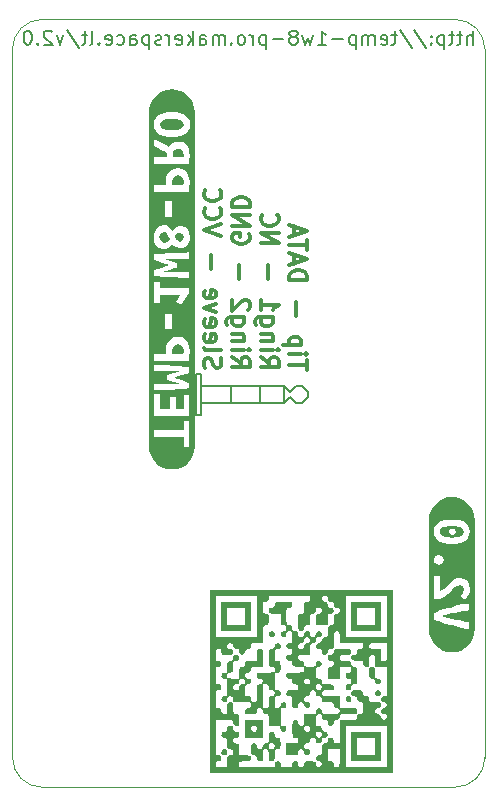
<source format=gbr>
G04 #@! TF.GenerationSoftware,KiCad,Pcbnew,6.0.10+dfsg-1~bpo11+1*
G04 #@! TF.ProjectId,project,70726f6a-6563-4742-9e6b-696361645f70,rev?*
G04 #@! TF.SameCoordinates,Original*
G04 #@! TF.FileFunction,Legend,Bot*
G04 #@! TF.FilePolarity,Positive*
%FSLAX46Y46*%
G04 Gerber Fmt 4.6, Leading zero omitted, Abs format (unit mm)*
%MOMM*%
%LPD*%
G01*
G04 APERTURE LIST*
%ADD10C,0.150000*%
G04 #@! TA.AperFunction,Profile*
%ADD11C,0.100000*%
G04 #@! TD*
%ADD12C,0.300000*%
%ADD13C,5.600000*%
%ADD14C,1.700000*%
%ADD15C,2.200000*%
G04 APERTURE END LIST*
D10*
X152262500Y-98537500D02*
X152262500Y-99037500D01*
X142762500Y-97037500D02*
X142762500Y-100537500D01*
X151762500Y-98037500D02*
X152262500Y-98537500D01*
X145762500Y-98037500D02*
X145762500Y-99537500D01*
X151262500Y-98037500D02*
X151762500Y-98037500D01*
X150762500Y-98537500D02*
X151262500Y-98037500D01*
X150262500Y-99537500D02*
X143262500Y-99537500D01*
X150262500Y-98037500D02*
X150262500Y-99537500D01*
X143262500Y-97037500D02*
X143262500Y-98037500D01*
X151262500Y-99537500D02*
X150762500Y-99037500D01*
X150262500Y-98037500D02*
X150762500Y-98537500D01*
X143262500Y-98037500D02*
X145262500Y-98037500D01*
X143262500Y-99537500D02*
X143262500Y-100537500D01*
X145262500Y-98037500D02*
X150262500Y-98037500D01*
X152262500Y-99037500D02*
X151762500Y-99537500D01*
X150762500Y-99037500D02*
X150262500Y-99537500D01*
X151762500Y-99537500D02*
X151262500Y-99537500D01*
X143262500Y-97037500D02*
X142762500Y-97037500D01*
X143262500Y-98037500D02*
X143262500Y-99537500D01*
X148262500Y-98037500D02*
X148262500Y-99537500D01*
X142762500Y-100537500D02*
X143262500Y-100537500D01*
D11*
X167262500Y-129537500D02*
X167262500Y-69537500D01*
X164762500Y-67037500D02*
X129762500Y-67037500D01*
X164762500Y-132037500D02*
G75*
G03*
X167262500Y-129537500I0J2500000D01*
G01*
X127262500Y-129537500D02*
G75*
G03*
X129762500Y-132037500I2500000J0D01*
G01*
X167262500Y-69537500D02*
G75*
G03*
X164762500Y-67037500I-2500000J0D01*
G01*
X164762500Y-132037500D02*
X129762500Y-132037500D01*
X127262500Y-69537500D02*
X127262500Y-129537500D01*
X129762500Y-67037500D02*
G75*
G03*
X127262500Y-69537500I0J-2500000D01*
G01*
D12*
X152206428Y-96699642D02*
X152206428Y-95842500D01*
X150706428Y-96271071D02*
X152206428Y-96271071D01*
X150706428Y-95342500D02*
X151706428Y-95342500D01*
X152206428Y-95342500D02*
X152135000Y-95413928D01*
X152063571Y-95342500D01*
X152135000Y-95271071D01*
X152206428Y-95342500D01*
X152063571Y-95342500D01*
X151706428Y-94628214D02*
X150206428Y-94628214D01*
X151635000Y-94628214D02*
X151706428Y-94485357D01*
X151706428Y-94199642D01*
X151635000Y-94056785D01*
X151563571Y-93985357D01*
X151420714Y-93913928D01*
X150992142Y-93913928D01*
X150849285Y-93985357D01*
X150777857Y-94056785D01*
X150706428Y-94199642D01*
X150706428Y-94485357D01*
X150777857Y-94628214D01*
X151277857Y-92128214D02*
X151277857Y-90985357D01*
X150706428Y-89128214D02*
X152206428Y-89128214D01*
X152206428Y-88771071D01*
X152135000Y-88556785D01*
X151992142Y-88413928D01*
X151849285Y-88342500D01*
X151563571Y-88271071D01*
X151349285Y-88271071D01*
X151063571Y-88342500D01*
X150920714Y-88413928D01*
X150777857Y-88556785D01*
X150706428Y-88771071D01*
X150706428Y-89128214D01*
X151135000Y-87699642D02*
X151135000Y-86985357D01*
X150706428Y-87842500D02*
X152206428Y-87342500D01*
X150706428Y-86842500D01*
X152206428Y-86556785D02*
X152206428Y-85699642D01*
X150706428Y-86128214D02*
X152206428Y-86128214D01*
X151135000Y-85271071D02*
X151135000Y-84556785D01*
X150706428Y-85413928D02*
X152206428Y-84913928D01*
X150706428Y-84413928D01*
X148291428Y-95628214D02*
X149005714Y-96128214D01*
X148291428Y-96485357D02*
X149791428Y-96485357D01*
X149791428Y-95913928D01*
X149720000Y-95771071D01*
X149648571Y-95699642D01*
X149505714Y-95628214D01*
X149291428Y-95628214D01*
X149148571Y-95699642D01*
X149077142Y-95771071D01*
X149005714Y-95913928D01*
X149005714Y-96485357D01*
X148291428Y-94985357D02*
X149291428Y-94985357D01*
X149791428Y-94985357D02*
X149720000Y-95056785D01*
X149648571Y-94985357D01*
X149720000Y-94913928D01*
X149791428Y-94985357D01*
X149648571Y-94985357D01*
X149291428Y-94271071D02*
X148291428Y-94271071D01*
X149148571Y-94271071D02*
X149220000Y-94199642D01*
X149291428Y-94056785D01*
X149291428Y-93842500D01*
X149220000Y-93699642D01*
X149077142Y-93628214D01*
X148291428Y-93628214D01*
X149291428Y-92271071D02*
X148077142Y-92271071D01*
X147934285Y-92342500D01*
X147862857Y-92413928D01*
X147791428Y-92556785D01*
X147791428Y-92771071D01*
X147862857Y-92913928D01*
X148362857Y-92271071D02*
X148291428Y-92413928D01*
X148291428Y-92699642D01*
X148362857Y-92842500D01*
X148434285Y-92913928D01*
X148577142Y-92985357D01*
X149005714Y-92985357D01*
X149148571Y-92913928D01*
X149220000Y-92842500D01*
X149291428Y-92699642D01*
X149291428Y-92413928D01*
X149220000Y-92271071D01*
X148291428Y-90771071D02*
X148291428Y-91628214D01*
X148291428Y-91199642D02*
X149791428Y-91199642D01*
X149577142Y-91342500D01*
X149434285Y-91485357D01*
X149362857Y-91628214D01*
X148862857Y-88985357D02*
X148862857Y-87842500D01*
X148291428Y-85985357D02*
X149791428Y-85985357D01*
X148291428Y-85128214D01*
X149791428Y-85128214D01*
X148434285Y-83556785D02*
X148362857Y-83628214D01*
X148291428Y-83842500D01*
X148291428Y-83985357D01*
X148362857Y-84199642D01*
X148505714Y-84342500D01*
X148648571Y-84413928D01*
X148934285Y-84485357D01*
X149148571Y-84485357D01*
X149434285Y-84413928D01*
X149577142Y-84342500D01*
X149720000Y-84199642D01*
X149791428Y-83985357D01*
X149791428Y-83842500D01*
X149720000Y-83628214D01*
X149648571Y-83556785D01*
X145876428Y-95628214D02*
X146590714Y-96128214D01*
X145876428Y-96485357D02*
X147376428Y-96485357D01*
X147376428Y-95913928D01*
X147305000Y-95771071D01*
X147233571Y-95699642D01*
X147090714Y-95628214D01*
X146876428Y-95628214D01*
X146733571Y-95699642D01*
X146662142Y-95771071D01*
X146590714Y-95913928D01*
X146590714Y-96485357D01*
X145876428Y-94985357D02*
X146876428Y-94985357D01*
X147376428Y-94985357D02*
X147305000Y-95056785D01*
X147233571Y-94985357D01*
X147305000Y-94913928D01*
X147376428Y-94985357D01*
X147233571Y-94985357D01*
X146876428Y-94271071D02*
X145876428Y-94271071D01*
X146733571Y-94271071D02*
X146805000Y-94199642D01*
X146876428Y-94056785D01*
X146876428Y-93842500D01*
X146805000Y-93699642D01*
X146662142Y-93628214D01*
X145876428Y-93628214D01*
X146876428Y-92271071D02*
X145662142Y-92271071D01*
X145519285Y-92342500D01*
X145447857Y-92413928D01*
X145376428Y-92556785D01*
X145376428Y-92771071D01*
X145447857Y-92913928D01*
X145947857Y-92271071D02*
X145876428Y-92413928D01*
X145876428Y-92699642D01*
X145947857Y-92842500D01*
X146019285Y-92913928D01*
X146162142Y-92985357D01*
X146590714Y-92985357D01*
X146733571Y-92913928D01*
X146805000Y-92842500D01*
X146876428Y-92699642D01*
X146876428Y-92413928D01*
X146805000Y-92271071D01*
X147233571Y-91628214D02*
X147305000Y-91556785D01*
X147376428Y-91413928D01*
X147376428Y-91056785D01*
X147305000Y-90913928D01*
X147233571Y-90842500D01*
X147090714Y-90771071D01*
X146947857Y-90771071D01*
X146733571Y-90842500D01*
X145876428Y-91699642D01*
X145876428Y-90771071D01*
X146447857Y-88985357D02*
X146447857Y-87842500D01*
X147305000Y-85199642D02*
X147376428Y-85342500D01*
X147376428Y-85556785D01*
X147305000Y-85771071D01*
X147162142Y-85913928D01*
X147019285Y-85985357D01*
X146733571Y-86056785D01*
X146519285Y-86056785D01*
X146233571Y-85985357D01*
X146090714Y-85913928D01*
X145947857Y-85771071D01*
X145876428Y-85556785D01*
X145876428Y-85413928D01*
X145947857Y-85199642D01*
X146019285Y-85128214D01*
X146519285Y-85128214D01*
X146519285Y-85413928D01*
X145876428Y-84485357D02*
X147376428Y-84485357D01*
X145876428Y-83628214D01*
X147376428Y-83628214D01*
X145876428Y-82913928D02*
X147376428Y-82913928D01*
X147376428Y-82556785D01*
X147305000Y-82342500D01*
X147162142Y-82199642D01*
X147019285Y-82128214D01*
X146733571Y-82056785D01*
X146519285Y-82056785D01*
X146233571Y-82128214D01*
X146090714Y-82199642D01*
X145947857Y-82342500D01*
X145876428Y-82556785D01*
X145876428Y-82913928D01*
X143532857Y-96556785D02*
X143461428Y-96342500D01*
X143461428Y-95985357D01*
X143532857Y-95842500D01*
X143604285Y-95771071D01*
X143747142Y-95699642D01*
X143890000Y-95699642D01*
X144032857Y-95771071D01*
X144104285Y-95842500D01*
X144175714Y-95985357D01*
X144247142Y-96271071D01*
X144318571Y-96413928D01*
X144390000Y-96485357D01*
X144532857Y-96556785D01*
X144675714Y-96556785D01*
X144818571Y-96485357D01*
X144890000Y-96413928D01*
X144961428Y-96271071D01*
X144961428Y-95913928D01*
X144890000Y-95699642D01*
X143461428Y-94842500D02*
X143532857Y-94985357D01*
X143675714Y-95056785D01*
X144961428Y-95056785D01*
X143532857Y-93699642D02*
X143461428Y-93842500D01*
X143461428Y-94128214D01*
X143532857Y-94271071D01*
X143675714Y-94342500D01*
X144247142Y-94342500D01*
X144390000Y-94271071D01*
X144461428Y-94128214D01*
X144461428Y-93842500D01*
X144390000Y-93699642D01*
X144247142Y-93628214D01*
X144104285Y-93628214D01*
X143961428Y-94342500D01*
X143532857Y-92413928D02*
X143461428Y-92556785D01*
X143461428Y-92842500D01*
X143532857Y-92985357D01*
X143675714Y-93056785D01*
X144247142Y-93056785D01*
X144390000Y-92985357D01*
X144461428Y-92842500D01*
X144461428Y-92556785D01*
X144390000Y-92413928D01*
X144247142Y-92342500D01*
X144104285Y-92342500D01*
X143961428Y-93056785D01*
X144461428Y-91842500D02*
X143461428Y-91485357D01*
X144461428Y-91128214D01*
X143532857Y-89985357D02*
X143461428Y-90128214D01*
X143461428Y-90413928D01*
X143532857Y-90556785D01*
X143675714Y-90628214D01*
X144247142Y-90628214D01*
X144390000Y-90556785D01*
X144461428Y-90413928D01*
X144461428Y-90128214D01*
X144390000Y-89985357D01*
X144247142Y-89913928D01*
X144104285Y-89913928D01*
X143961428Y-90628214D01*
X144032857Y-88128214D02*
X144032857Y-86985357D01*
X144961428Y-85342500D02*
X143461428Y-84842500D01*
X144961428Y-84342500D01*
X143604285Y-82985357D02*
X143532857Y-83056785D01*
X143461428Y-83271071D01*
X143461428Y-83413928D01*
X143532857Y-83628214D01*
X143675714Y-83771071D01*
X143818571Y-83842500D01*
X144104285Y-83913928D01*
X144318571Y-83913928D01*
X144604285Y-83842500D01*
X144747142Y-83771071D01*
X144890000Y-83628214D01*
X144961428Y-83413928D01*
X144961428Y-83271071D01*
X144890000Y-83056785D01*
X144818571Y-82985357D01*
X143604285Y-81485357D02*
X143532857Y-81556785D01*
X143461428Y-81771071D01*
X143461428Y-81913928D01*
X143532857Y-82128214D01*
X143675714Y-82271071D01*
X143818571Y-82342500D01*
X144104285Y-82413928D01*
X144318571Y-82413928D01*
X144604285Y-82342500D01*
X144747142Y-82271071D01*
X144890000Y-82128214D01*
X144961428Y-81913928D01*
X144961428Y-81771071D01*
X144890000Y-81556785D01*
X144818571Y-81485357D01*
D10*
X166262500Y-69180357D02*
X166262500Y-67980357D01*
X165748214Y-69180357D02*
X165748214Y-68551785D01*
X165805357Y-68437500D01*
X165919642Y-68380357D01*
X166091071Y-68380357D01*
X166205357Y-68437500D01*
X166262500Y-68494642D01*
X165348214Y-68380357D02*
X164891071Y-68380357D01*
X165176785Y-67980357D02*
X165176785Y-69008928D01*
X165119642Y-69123214D01*
X165005357Y-69180357D01*
X164891071Y-69180357D01*
X164662500Y-68380357D02*
X164205357Y-68380357D01*
X164491071Y-67980357D02*
X164491071Y-69008928D01*
X164433928Y-69123214D01*
X164319642Y-69180357D01*
X164205357Y-69180357D01*
X163805357Y-68380357D02*
X163805357Y-69580357D01*
X163805357Y-68437500D02*
X163691071Y-68380357D01*
X163462500Y-68380357D01*
X163348214Y-68437500D01*
X163291071Y-68494642D01*
X163233928Y-68608928D01*
X163233928Y-68951785D01*
X163291071Y-69066071D01*
X163348214Y-69123214D01*
X163462500Y-69180357D01*
X163691071Y-69180357D01*
X163805357Y-69123214D01*
X162719642Y-69066071D02*
X162662500Y-69123214D01*
X162719642Y-69180357D01*
X162776785Y-69123214D01*
X162719642Y-69066071D01*
X162719642Y-69180357D01*
X162719642Y-68437500D02*
X162662500Y-68494642D01*
X162719642Y-68551785D01*
X162776785Y-68494642D01*
X162719642Y-68437500D01*
X162719642Y-68551785D01*
X161291071Y-67923214D02*
X162319642Y-69466071D01*
X160033928Y-67923214D02*
X161062500Y-69466071D01*
X159805357Y-68380357D02*
X159348214Y-68380357D01*
X159633928Y-67980357D02*
X159633928Y-69008928D01*
X159576785Y-69123214D01*
X159462500Y-69180357D01*
X159348214Y-69180357D01*
X158491071Y-69123214D02*
X158605357Y-69180357D01*
X158833928Y-69180357D01*
X158948214Y-69123214D01*
X159005357Y-69008928D01*
X159005357Y-68551785D01*
X158948214Y-68437500D01*
X158833928Y-68380357D01*
X158605357Y-68380357D01*
X158491071Y-68437500D01*
X158433928Y-68551785D01*
X158433928Y-68666071D01*
X159005357Y-68780357D01*
X157919642Y-69180357D02*
X157919642Y-68380357D01*
X157919642Y-68494642D02*
X157862500Y-68437500D01*
X157748214Y-68380357D01*
X157576785Y-68380357D01*
X157462500Y-68437500D01*
X157405357Y-68551785D01*
X157405357Y-69180357D01*
X157405357Y-68551785D02*
X157348214Y-68437500D01*
X157233928Y-68380357D01*
X157062500Y-68380357D01*
X156948214Y-68437500D01*
X156891071Y-68551785D01*
X156891071Y-69180357D01*
X156319642Y-68380357D02*
X156319642Y-69580357D01*
X156319642Y-68437500D02*
X156205357Y-68380357D01*
X155976785Y-68380357D01*
X155862500Y-68437500D01*
X155805357Y-68494642D01*
X155748214Y-68608928D01*
X155748214Y-68951785D01*
X155805357Y-69066071D01*
X155862500Y-69123214D01*
X155976785Y-69180357D01*
X156205357Y-69180357D01*
X156319642Y-69123214D01*
X155233928Y-68723214D02*
X154319642Y-68723214D01*
X153119642Y-69180357D02*
X153805357Y-69180357D01*
X153462500Y-69180357D02*
X153462500Y-67980357D01*
X153576785Y-68151785D01*
X153691071Y-68266071D01*
X153805357Y-68323214D01*
X152719642Y-68380357D02*
X152491071Y-69180357D01*
X152262500Y-68608928D01*
X152033928Y-69180357D01*
X151805357Y-68380357D01*
X151176785Y-68494642D02*
X151291071Y-68437500D01*
X151348214Y-68380357D01*
X151405357Y-68266071D01*
X151405357Y-68208928D01*
X151348214Y-68094642D01*
X151291071Y-68037500D01*
X151176785Y-67980357D01*
X150948214Y-67980357D01*
X150833928Y-68037500D01*
X150776785Y-68094642D01*
X150719642Y-68208928D01*
X150719642Y-68266071D01*
X150776785Y-68380357D01*
X150833928Y-68437500D01*
X150948214Y-68494642D01*
X151176785Y-68494642D01*
X151291071Y-68551785D01*
X151348214Y-68608928D01*
X151405357Y-68723214D01*
X151405357Y-68951785D01*
X151348214Y-69066071D01*
X151291071Y-69123214D01*
X151176785Y-69180357D01*
X150948214Y-69180357D01*
X150833928Y-69123214D01*
X150776785Y-69066071D01*
X150719642Y-68951785D01*
X150719642Y-68723214D01*
X150776785Y-68608928D01*
X150833928Y-68551785D01*
X150948214Y-68494642D01*
X150205357Y-68723214D02*
X149291071Y-68723214D01*
X148719642Y-68380357D02*
X148719642Y-69580357D01*
X148719642Y-68437500D02*
X148605357Y-68380357D01*
X148376785Y-68380357D01*
X148262500Y-68437500D01*
X148205357Y-68494642D01*
X148148214Y-68608928D01*
X148148214Y-68951785D01*
X148205357Y-69066071D01*
X148262500Y-69123214D01*
X148376785Y-69180357D01*
X148605357Y-69180357D01*
X148719642Y-69123214D01*
X147633928Y-69180357D02*
X147633928Y-68380357D01*
X147633928Y-68608928D02*
X147576785Y-68494642D01*
X147519642Y-68437500D01*
X147405357Y-68380357D01*
X147291071Y-68380357D01*
X146719642Y-69180357D02*
X146833928Y-69123214D01*
X146891071Y-69066071D01*
X146948214Y-68951785D01*
X146948214Y-68608928D01*
X146891071Y-68494642D01*
X146833928Y-68437500D01*
X146719642Y-68380357D01*
X146548214Y-68380357D01*
X146433928Y-68437500D01*
X146376785Y-68494642D01*
X146319642Y-68608928D01*
X146319642Y-68951785D01*
X146376785Y-69066071D01*
X146433928Y-69123214D01*
X146548214Y-69180357D01*
X146719642Y-69180357D01*
X145805357Y-69066071D02*
X145748214Y-69123214D01*
X145805357Y-69180357D01*
X145862500Y-69123214D01*
X145805357Y-69066071D01*
X145805357Y-69180357D01*
X145233928Y-69180357D02*
X145233928Y-68380357D01*
X145233928Y-68494642D02*
X145176785Y-68437500D01*
X145062500Y-68380357D01*
X144891071Y-68380357D01*
X144776785Y-68437500D01*
X144719642Y-68551785D01*
X144719642Y-69180357D01*
X144719642Y-68551785D02*
X144662500Y-68437500D01*
X144548214Y-68380357D01*
X144376785Y-68380357D01*
X144262500Y-68437500D01*
X144205357Y-68551785D01*
X144205357Y-69180357D01*
X143119642Y-69180357D02*
X143119642Y-68551785D01*
X143176785Y-68437500D01*
X143291071Y-68380357D01*
X143519642Y-68380357D01*
X143633928Y-68437500D01*
X143119642Y-69123214D02*
X143233928Y-69180357D01*
X143519642Y-69180357D01*
X143633928Y-69123214D01*
X143691071Y-69008928D01*
X143691071Y-68894642D01*
X143633928Y-68780357D01*
X143519642Y-68723214D01*
X143233928Y-68723214D01*
X143119642Y-68666071D01*
X142548214Y-69180357D02*
X142548214Y-67980357D01*
X142433928Y-68723214D02*
X142091071Y-69180357D01*
X142091071Y-68380357D02*
X142548214Y-68837500D01*
X141119642Y-69123214D02*
X141233928Y-69180357D01*
X141462500Y-69180357D01*
X141576785Y-69123214D01*
X141633928Y-69008928D01*
X141633928Y-68551785D01*
X141576785Y-68437500D01*
X141462500Y-68380357D01*
X141233928Y-68380357D01*
X141119642Y-68437500D01*
X141062500Y-68551785D01*
X141062500Y-68666071D01*
X141633928Y-68780357D01*
X140548214Y-69180357D02*
X140548214Y-68380357D01*
X140548214Y-68608928D02*
X140491071Y-68494642D01*
X140433928Y-68437500D01*
X140319642Y-68380357D01*
X140205357Y-68380357D01*
X139862500Y-69123214D02*
X139748214Y-69180357D01*
X139519642Y-69180357D01*
X139405357Y-69123214D01*
X139348214Y-69008928D01*
X139348214Y-68951785D01*
X139405357Y-68837500D01*
X139519642Y-68780357D01*
X139691071Y-68780357D01*
X139805357Y-68723214D01*
X139862500Y-68608928D01*
X139862500Y-68551785D01*
X139805357Y-68437500D01*
X139691071Y-68380357D01*
X139519642Y-68380357D01*
X139405357Y-68437500D01*
X138833928Y-68380357D02*
X138833928Y-69580357D01*
X138833928Y-68437500D02*
X138719642Y-68380357D01*
X138491071Y-68380357D01*
X138376785Y-68437500D01*
X138319642Y-68494642D01*
X138262500Y-68608928D01*
X138262500Y-68951785D01*
X138319642Y-69066071D01*
X138376785Y-69123214D01*
X138491071Y-69180357D01*
X138719642Y-69180357D01*
X138833928Y-69123214D01*
X137233928Y-69180357D02*
X137233928Y-68551785D01*
X137291071Y-68437500D01*
X137405357Y-68380357D01*
X137633928Y-68380357D01*
X137748214Y-68437500D01*
X137233928Y-69123214D02*
X137348214Y-69180357D01*
X137633928Y-69180357D01*
X137748214Y-69123214D01*
X137805357Y-69008928D01*
X137805357Y-68894642D01*
X137748214Y-68780357D01*
X137633928Y-68723214D01*
X137348214Y-68723214D01*
X137233928Y-68666071D01*
X136148214Y-69123214D02*
X136262500Y-69180357D01*
X136491071Y-69180357D01*
X136605357Y-69123214D01*
X136662500Y-69066071D01*
X136719642Y-68951785D01*
X136719642Y-68608928D01*
X136662500Y-68494642D01*
X136605357Y-68437500D01*
X136491071Y-68380357D01*
X136262500Y-68380357D01*
X136148214Y-68437500D01*
X135176785Y-69123214D02*
X135291071Y-69180357D01*
X135519642Y-69180357D01*
X135633928Y-69123214D01*
X135691071Y-69008928D01*
X135691071Y-68551785D01*
X135633928Y-68437500D01*
X135519642Y-68380357D01*
X135291071Y-68380357D01*
X135176785Y-68437500D01*
X135119642Y-68551785D01*
X135119642Y-68666071D01*
X135691071Y-68780357D01*
X134605357Y-69066071D02*
X134548214Y-69123214D01*
X134605357Y-69180357D01*
X134662500Y-69123214D01*
X134605357Y-69066071D01*
X134605357Y-69180357D01*
X133862500Y-69180357D02*
X133976785Y-69123214D01*
X134033928Y-69008928D01*
X134033928Y-67980357D01*
X133576785Y-68380357D02*
X133119642Y-68380357D01*
X133405357Y-67980357D02*
X133405357Y-69008928D01*
X133348214Y-69123214D01*
X133233928Y-69180357D01*
X133119642Y-69180357D01*
X131862500Y-67923214D02*
X132891071Y-69466071D01*
X131576785Y-68380357D02*
X131291071Y-69180357D01*
X131005357Y-68380357D01*
X130605357Y-68094642D02*
X130548214Y-68037500D01*
X130433928Y-67980357D01*
X130148214Y-67980357D01*
X130033928Y-68037500D01*
X129976785Y-68094642D01*
X129919642Y-68208928D01*
X129919642Y-68323214D01*
X129976785Y-68494642D01*
X130662500Y-69180357D01*
X129919642Y-69180357D01*
X129405357Y-69066071D02*
X129348214Y-69123214D01*
X129405357Y-69180357D01*
X129462500Y-69123214D01*
X129405357Y-69066071D01*
X129405357Y-69180357D01*
X128605357Y-67980357D02*
X128491071Y-67980357D01*
X128376785Y-68037500D01*
X128319642Y-68094642D01*
X128262500Y-68208928D01*
X128205357Y-68437500D01*
X128205357Y-68723214D01*
X128262500Y-68951785D01*
X128319642Y-69066071D01*
X128376785Y-69123214D01*
X128491071Y-69180357D01*
X128605357Y-69180357D01*
X128719642Y-69123214D01*
X128776785Y-69066071D01*
X128833928Y-68951785D01*
X128891071Y-68723214D01*
X128891071Y-68437500D01*
X128833928Y-68208928D01*
X128776785Y-68094642D01*
X128719642Y-68037500D01*
X128605357Y-67980357D01*
G36*
X163693356Y-110044144D02*
G01*
X163896821Y-109974029D01*
X164154790Y-109931960D01*
X164467262Y-109917937D01*
X164777090Y-109931960D01*
X165033471Y-109974029D01*
X165236406Y-110044144D01*
X165434645Y-110199520D01*
X165500725Y-110413238D01*
X165434645Y-110623978D01*
X165236406Y-110779950D01*
X165033471Y-110851388D01*
X164777090Y-110894250D01*
X164467262Y-110908538D01*
X164154790Y-110894250D01*
X163896821Y-110851388D01*
X163693356Y-110779950D01*
X163495117Y-110623978D01*
X163429037Y-110413238D01*
X163430510Y-110408475D01*
X164200562Y-110408475D01*
X164293431Y-110603738D01*
X164514887Y-110675175D01*
X164738725Y-110603738D01*
X164833975Y-110408475D01*
X164738725Y-110220356D01*
X164514887Y-110146538D01*
X164293431Y-110220356D01*
X164200562Y-110408475D01*
X163430510Y-110408475D01*
X163495117Y-110199520D01*
X163693356Y-110044144D01*
G37*
G36*
X162527338Y-109388903D02*
G01*
X162564521Y-109011372D01*
X162674643Y-108648348D01*
X162853471Y-108313784D01*
X163094133Y-108020537D01*
X163387381Y-107779874D01*
X163721945Y-107601046D01*
X164084969Y-107490924D01*
X164462500Y-107453741D01*
X164840031Y-107490924D01*
X165203055Y-107601046D01*
X165537619Y-107779874D01*
X165830867Y-108020537D01*
X166071529Y-108313784D01*
X166250357Y-108648348D01*
X166360479Y-109011372D01*
X166397663Y-109388903D01*
X166397662Y-109388903D01*
X166397662Y-118686097D01*
X166397663Y-118686097D01*
X166360479Y-119063628D01*
X166250357Y-119426652D01*
X166071529Y-119761216D01*
X165830867Y-120054463D01*
X165537619Y-120295126D01*
X165203055Y-120473954D01*
X164840031Y-120584076D01*
X164462500Y-120621259D01*
X164084969Y-120584076D01*
X163721945Y-120473954D01*
X163387381Y-120295126D01*
X163094133Y-120054463D01*
X162853471Y-119761216D01*
X162674643Y-119426652D01*
X162564521Y-119063628D01*
X162527337Y-118686097D01*
X162527337Y-117861788D01*
X162986125Y-117861788D01*
X163336169Y-117979659D01*
X163729075Y-118104675D01*
X164005035Y-118188813D01*
X164280467Y-118269775D01*
X164555369Y-118347563D01*
X164824979Y-118421117D01*
X165084535Y-118489379D01*
X165334037Y-118552350D01*
X165667412Y-118630931D01*
X165934112Y-118685700D01*
X165934112Y-118066575D01*
X165687058Y-118030856D01*
X165403094Y-117980850D01*
X165095912Y-117920723D01*
X164779206Y-117854644D01*
X164460119Y-117783206D01*
X164145794Y-117707006D01*
X163849923Y-117629020D01*
X163586200Y-117552225D01*
X163846352Y-117476025D01*
X164141031Y-117399825D01*
X164455356Y-117326006D01*
X164774444Y-117256950D01*
X165091745Y-117192656D01*
X165400712Y-117133125D01*
X165686462Y-117080738D01*
X165934112Y-117037875D01*
X165934112Y-116423513D01*
X165631694Y-116487211D01*
X165295937Y-116564006D01*
X164934583Y-116653303D01*
X164555369Y-116754506D01*
X164295019Y-116828325D01*
X164031494Y-116906906D01*
X163764794Y-116990250D01*
X163499417Y-117077033D01*
X163239860Y-117165933D01*
X162986125Y-117256950D01*
X162986125Y-117861788D01*
X162527337Y-117861788D01*
X162527337Y-116090138D01*
X162986125Y-116090138D01*
X163105187Y-116102044D01*
X163205200Y-116099663D01*
X163433800Y-116077636D01*
X163643350Y-116011556D01*
X163835636Y-115911544D01*
X164012444Y-115787719D01*
X164175559Y-115647225D01*
X164326769Y-115497206D01*
X164469048Y-115347188D01*
X164605375Y-115206694D01*
X164862550Y-114982856D01*
X165114962Y-114894750D01*
X165393569Y-115004288D01*
X165491200Y-115280513D01*
X165424525Y-115571025D01*
X165200687Y-115871063D01*
X165610262Y-116161575D01*
X165784094Y-115956192D01*
X165905537Y-115721044D01*
X165976975Y-115471608D01*
X166000787Y-115223363D01*
X165948400Y-114875700D01*
X165791238Y-114580425D01*
X165526919Y-114375638D01*
X165157825Y-114299438D01*
X164864931Y-114356588D01*
X164591087Y-114508988D01*
X164333913Y-114723300D01*
X164095787Y-114966188D01*
X163960056Y-115109063D01*
X163798131Y-115261463D01*
X163629063Y-115382906D01*
X163471900Y-115432913D01*
X163471900Y-114166088D01*
X162986125Y-114166088D01*
X162986125Y-116090138D01*
X162527337Y-116090138D01*
X162527337Y-112789725D01*
X162933737Y-112789725D01*
X162962312Y-112951650D01*
X163045656Y-113087381D01*
X163179006Y-113182631D01*
X163362362Y-113218350D01*
X163540956Y-113182631D01*
X163671925Y-113087381D01*
X163752887Y-112951650D01*
X163781462Y-112789725D01*
X163671925Y-112494450D01*
X163362362Y-112365863D01*
X163043275Y-112494450D01*
X162933737Y-112789725D01*
X162527337Y-112789725D01*
X162527337Y-110413238D01*
X162924212Y-110413238D01*
X162966546Y-110720154D01*
X163093546Y-110974154D01*
X163305212Y-111175238D01*
X163520716Y-111289835D01*
X163786225Y-111371691D01*
X164101741Y-111420804D01*
X164467262Y-111437175D01*
X164828617Y-111420506D01*
X165141156Y-111370500D01*
X165404880Y-111287156D01*
X165619787Y-111170475D01*
X165831454Y-110967804D01*
X165958454Y-110715392D01*
X166000787Y-110413238D01*
X165958719Y-110106321D01*
X165832512Y-109852321D01*
X165622169Y-109651237D01*
X165408005Y-109536640D01*
X165144133Y-109454784D01*
X164830552Y-109405671D01*
X164467262Y-109389300D01*
X164101741Y-109405671D01*
X163786225Y-109454784D01*
X163520716Y-109536640D01*
X163305212Y-109651237D01*
X163093546Y-109852321D01*
X162966546Y-110106321D01*
X162924212Y-110413238D01*
X162527337Y-110413238D01*
X162527337Y-109388903D01*
X162527338Y-109388903D01*
G37*
G36*
X140967883Y-75473305D02*
G01*
X141162550Y-75485806D01*
X141488781Y-75552481D01*
X141707856Y-75692975D01*
X141788819Y-75935863D01*
X141707856Y-76178750D01*
X141486400Y-76319244D01*
X141160169Y-76385919D01*
X140967287Y-76398420D01*
X140760119Y-76402588D01*
X140552355Y-76398420D01*
X140357687Y-76385919D01*
X140031456Y-76319244D01*
X139812381Y-76178750D01*
X139731419Y-75935863D01*
X139812381Y-75695356D01*
X140033837Y-75552481D01*
X140360069Y-75485806D01*
X140552950Y-75473305D01*
X140760119Y-75469138D01*
X140967883Y-75473305D01*
G37*
G36*
X138862186Y-74495432D02*
G01*
X138972443Y-74131962D01*
X139151491Y-73796986D01*
X139392450Y-73503378D01*
X139686058Y-73262419D01*
X140021034Y-73083371D01*
X140384504Y-72973114D01*
X140762500Y-72935884D01*
X141140496Y-72973114D01*
X141503966Y-73083371D01*
X141838942Y-73262419D01*
X142132550Y-73503378D01*
X142373509Y-73796986D01*
X142552557Y-74131962D01*
X142662814Y-74495432D01*
X142700044Y-74873428D01*
X142700044Y-103201572D01*
X142662814Y-103579568D01*
X142552557Y-103943038D01*
X142373509Y-104278014D01*
X142132550Y-104571622D01*
X141838942Y-104812581D01*
X141503966Y-104991629D01*
X141140496Y-105101886D01*
X140762500Y-105139116D01*
X140384504Y-105101886D01*
X140021034Y-104991629D01*
X139686058Y-104812581D01*
X139392450Y-104571622D01*
X139151491Y-104278014D01*
X138972443Y-103943038D01*
X138862186Y-103579568D01*
X138824956Y-103201572D01*
X138824956Y-102424888D01*
X139283744Y-102424888D01*
X141745956Y-102424888D01*
X141745956Y-103201175D01*
X142231731Y-103201175D01*
X142231731Y-101058050D01*
X141745956Y-101058050D01*
X141745956Y-101834338D01*
X139283744Y-101834338D01*
X139283744Y-102424888D01*
X138824956Y-102424888D01*
X138824956Y-100638950D01*
X139283744Y-100638950D01*
X142231731Y-100638950D01*
X142231731Y-98853013D01*
X141745956Y-98853013D01*
X141745956Y-100053163D01*
X141083969Y-100053163D01*
X141083969Y-99010175D01*
X140598194Y-99010175D01*
X140598194Y-100053163D01*
X139769519Y-100053163D01*
X139769519Y-98748238D01*
X139283744Y-98748238D01*
X139283744Y-100638950D01*
X138824956Y-100638950D01*
X138824956Y-96824188D01*
X139283744Y-96824188D01*
X141574506Y-96795613D01*
X140326731Y-97157563D01*
X140326731Y-97586188D01*
X141574506Y-97933850D01*
X139283744Y-97910038D01*
X139283744Y-98448200D01*
X139652837Y-98433317D01*
X140036219Y-98417244D01*
X140425553Y-98399980D01*
X140812506Y-98381525D01*
X141192316Y-98360689D01*
X141560219Y-98336281D01*
X141909072Y-98308302D01*
X142231731Y-98276750D01*
X142231731Y-97790975D01*
X141974556Y-97707631D01*
X141636419Y-97600475D01*
X141269706Y-97486175D01*
X140926806Y-97376638D01*
X141291137Y-97257575D01*
X141653087Y-97138513D01*
X141979319Y-97033738D01*
X142231731Y-96948013D01*
X142231731Y-96462238D01*
X141850731Y-96429495D01*
X141479256Y-96397944D01*
X141114330Y-96369369D01*
X140752975Y-96345556D01*
X140392216Y-96325911D01*
X140029075Y-96309838D01*
X139660577Y-96296741D01*
X139283744Y-96286025D01*
X139283744Y-96824188D01*
X138824956Y-96824188D01*
X138824956Y-95919313D01*
X139283744Y-95919313D01*
X142193631Y-95919313D01*
X142226969Y-95726431D01*
X142248400Y-95509738D01*
X142260306Y-95295425D01*
X142265069Y-95109688D01*
X142239404Y-94763083D01*
X142162410Y-94472571D01*
X142034087Y-94238150D01*
X141847556Y-94066171D01*
X141595937Y-93962983D01*
X141279231Y-93928588D01*
X140959350Y-93963248D01*
X140704556Y-94067229D01*
X140514850Y-94240531D01*
X140383881Y-94477333D01*
X140305300Y-94771815D01*
X140279106Y-95123975D01*
X140279106Y-95333525D01*
X139283744Y-95333525D01*
X139283744Y-95919313D01*
X138824956Y-95919313D01*
X138824956Y-93257075D01*
X140217194Y-93257075D01*
X140793456Y-93257075D01*
X140793456Y-91952150D01*
X140217194Y-91952150D01*
X140217194Y-93257075D01*
X138824956Y-93257075D01*
X138824956Y-91018700D01*
X139283744Y-91018700D01*
X139769519Y-91018700D01*
X139769519Y-90399575D01*
X141417344Y-90399575D01*
X141248275Y-90704375D01*
X141131594Y-90994888D01*
X141617369Y-91185388D01*
X141726906Y-90937738D01*
X141874544Y-90671038D01*
X142045994Y-90418625D01*
X142231731Y-90213838D01*
X142231731Y-89813788D01*
X139769519Y-89813788D01*
X139769519Y-89228000D01*
X139283744Y-89228000D01*
X139283744Y-91018700D01*
X138824956Y-91018700D01*
X138824956Y-87413488D01*
X139283744Y-87413488D01*
X139595092Y-87518263D01*
X139929062Y-87623038D01*
X140266605Y-87727813D01*
X140588669Y-87832588D01*
X140275534Y-87939744D01*
X139936206Y-88051663D01*
X139596878Y-88161200D01*
X139283744Y-88261213D01*
X139283744Y-88746988D01*
X139622477Y-88782706D01*
X139981450Y-88813663D01*
X140352925Y-88840452D01*
X140729162Y-88863669D01*
X141108972Y-88883314D01*
X141491162Y-88899388D01*
X141867995Y-88912484D01*
X142231731Y-88923200D01*
X142231731Y-88380275D01*
X141945981Y-88385038D01*
X141650706Y-88389800D01*
X141351264Y-88394563D01*
X141053012Y-88399325D01*
X140758928Y-88404088D01*
X140471987Y-88408850D01*
X140197548Y-88412422D01*
X139940969Y-88413613D01*
X140274344Y-88315981D01*
X140631531Y-88211206D01*
X140955381Y-88118338D01*
X141188744Y-88051663D01*
X141188744Y-87623038D01*
X140964906Y-87565888D01*
X140669631Y-87482544D01*
X140321969Y-87382531D01*
X139940969Y-87275375D01*
X140197548Y-87276566D01*
X140471987Y-87280138D01*
X140758333Y-87284900D01*
X141050631Y-87289663D01*
X141347692Y-87294425D01*
X141648325Y-87299188D01*
X141945386Y-87302759D01*
X142231731Y-87303950D01*
X142231731Y-86761025D01*
X141864423Y-86775313D01*
X141486400Y-86789600D01*
X141104209Y-86805078D01*
X140724400Y-86822938D01*
X140348758Y-86843773D01*
X139979069Y-86868181D01*
X139621881Y-86896161D01*
X139283744Y-86927713D01*
X139283744Y-87413488D01*
X138824956Y-87413488D01*
X138824956Y-85475150D01*
X139221831Y-85475150D01*
X139235523Y-85688867D01*
X139276600Y-85882344D01*
X139433762Y-86196669D01*
X139686175Y-86399075D01*
X140021931Y-86470513D01*
X140239220Y-86444319D01*
X140443412Y-86365738D01*
X140629745Y-86231197D01*
X140793456Y-86037125D01*
X140941094Y-86213337D01*
X141098256Y-86322875D01*
X141441156Y-86399075D01*
X141738812Y-86349069D01*
X142017419Y-86189525D01*
X142222206Y-85899013D01*
X142282928Y-85696606D01*
X142303169Y-85451338D01*
X142250781Y-85070933D01*
X142093619Y-84777444D01*
X141848350Y-84589920D01*
X141531644Y-84527413D01*
X141328642Y-84552416D01*
X141129212Y-84627425D01*
X140947642Y-84756013D01*
X140798219Y-84941750D01*
X140633913Y-84710173D01*
X140455319Y-84558369D01*
X140260056Y-84474430D01*
X140045744Y-84446450D01*
X139755231Y-84501219D01*
X139490912Y-84677431D01*
X139298031Y-84994138D01*
X139240881Y-85212022D01*
X139221831Y-85475150D01*
X138824956Y-85475150D01*
X138824956Y-83732075D01*
X140217194Y-83732075D01*
X140793456Y-83732075D01*
X140793456Y-82427150D01*
X140217194Y-82427150D01*
X140217194Y-83732075D01*
X138824956Y-83732075D01*
X138824956Y-81631813D01*
X139283744Y-81631813D01*
X142193631Y-81631813D01*
X142226969Y-81438931D01*
X142248400Y-81222238D01*
X142260306Y-81007925D01*
X142265069Y-80822188D01*
X142239404Y-80475583D01*
X142162410Y-80185071D01*
X142034087Y-79950650D01*
X141847556Y-79778671D01*
X141595937Y-79675483D01*
X141279231Y-79641088D01*
X140959350Y-79675748D01*
X140704556Y-79779729D01*
X140514850Y-79953031D01*
X140383881Y-80189833D01*
X140305300Y-80484315D01*
X140279106Y-80836475D01*
X140279106Y-81046025D01*
X139283744Y-81046025D01*
X139283744Y-81631813D01*
X138824956Y-81631813D01*
X138824956Y-77793238D01*
X139283744Y-77793238D01*
X139564136Y-77911705D01*
X139833812Y-78048031D01*
X140099917Y-78198645D01*
X140369594Y-78359975D01*
X140369594Y-78664775D01*
X139283744Y-78664775D01*
X139283744Y-79250563D01*
X142188869Y-79250563D01*
X142224587Y-79062444D01*
X142248400Y-78855275D01*
X142260306Y-78655250D01*
X142265069Y-78488563D01*
X142250781Y-78248056D01*
X142207919Y-78031363D01*
X142135291Y-77840863D01*
X142031706Y-77678938D01*
X141729287Y-77452719D01*
X141529858Y-77393783D01*
X141298281Y-77374138D01*
X141053012Y-77400331D01*
X140831556Y-77478913D01*
X140647009Y-77618216D01*
X140512469Y-77826575D01*
X140238625Y-77655125D01*
X139924300Y-77478913D01*
X139595687Y-77314606D01*
X139283744Y-77178875D01*
X139283744Y-77793238D01*
X138824956Y-77793238D01*
X138824956Y-75931100D01*
X139221831Y-75931100D01*
X139264958Y-76249923D01*
X139394340Y-76514242D01*
X139609975Y-76724056D01*
X139827413Y-76843863D01*
X140091583Y-76929439D01*
X140402485Y-76980785D01*
X140760119Y-76997900D01*
X141117753Y-76980338D01*
X141428655Y-76927653D01*
X141692825Y-76839845D01*
X141910262Y-76716913D01*
X142125898Y-76505246D01*
X142255279Y-76244896D01*
X142298406Y-75935863D01*
X142255279Y-75617304D01*
X142125898Y-75353779D01*
X141910262Y-75145288D01*
X141692825Y-75026523D01*
X141428655Y-74941691D01*
X141117753Y-74890791D01*
X140760119Y-74873825D01*
X140402485Y-74891089D01*
X140091583Y-74942881D01*
X139827413Y-75029202D01*
X139609975Y-75150050D01*
X139394340Y-75359600D01*
X139264958Y-75619950D01*
X139221831Y-75931100D01*
X138824956Y-75931100D01*
X138824956Y-74873428D01*
X138862186Y-74495432D01*
G37*
G36*
X140221956Y-85034619D02*
G01*
X140352925Y-85148919D01*
X140471987Y-85351325D01*
X140598194Y-85646600D01*
X140352925Y-85851388D01*
X140093369Y-85922825D01*
X139805237Y-85787094D01*
X139707606Y-85465625D01*
X139810000Y-85125106D01*
X140055269Y-84998900D01*
X140221956Y-85034619D01*
G37*
G36*
X141503664Y-94563786D02*
G01*
X141648325Y-94669156D01*
X141728692Y-94832867D01*
X141755481Y-95043013D01*
X141753100Y-95188269D01*
X141741194Y-95333525D01*
X140788694Y-95333525D01*
X140788694Y-95095400D01*
X140816673Y-94848941D01*
X140900612Y-94671538D01*
X141052417Y-94564381D01*
X141283994Y-94528663D01*
X141503664Y-94563786D01*
G37*
G36*
X141503664Y-80276286D02*
G01*
X141648325Y-80381656D01*
X141728692Y-80545367D01*
X141755481Y-80755513D01*
X141753100Y-80900769D01*
X141741194Y-81046025D01*
X140788694Y-81046025D01*
X140788694Y-80807900D01*
X140816673Y-80561441D01*
X140900612Y-80384038D01*
X141052417Y-80276881D01*
X141283994Y-80241163D01*
X141503664Y-80276286D01*
G37*
G36*
X141734050Y-85191781D02*
G01*
X141817394Y-85460863D01*
X141731669Y-85729944D01*
X141479256Y-85846625D01*
X141207794Y-85737088D01*
X141100637Y-85585878D01*
X140988719Y-85351325D01*
X141229225Y-85141775D01*
X141484019Y-85079863D01*
X141734050Y-85191781D01*
G37*
G36*
X141505450Y-78005169D02*
G01*
X141645944Y-78112325D01*
X141728097Y-78277822D01*
X141755481Y-78488563D01*
X141753100Y-78569525D01*
X141741194Y-78664775D01*
X140855369Y-78664775D01*
X140855369Y-78536188D01*
X140884539Y-78277822D01*
X140972050Y-78102800D01*
X141303044Y-77969450D01*
X141505450Y-78005169D01*
G37*
G36*
X155962500Y-118837500D02*
G01*
X155962500Y-118337500D01*
X156462500Y-118337500D01*
X157962500Y-118337500D01*
X157962500Y-116837500D01*
X156462500Y-116837500D01*
X156462500Y-118337500D01*
X155962500Y-118337500D01*
X155962500Y-116337500D01*
X158462500Y-116337500D01*
X158462500Y-118837500D01*
X155962500Y-118837500D01*
G37*
G36*
X158258572Y-123838555D02*
G01*
X158421198Y-123897198D01*
X158462500Y-124087500D01*
X158461445Y-124133571D01*
X158402802Y-124296197D01*
X158212500Y-124337500D01*
X158166429Y-124336444D01*
X158003803Y-124277801D01*
X157962500Y-124087500D01*
X157963556Y-124041428D01*
X158022199Y-123878802D01*
X158212500Y-123837500D01*
X158258572Y-123838555D01*
G37*
G36*
X157812831Y-121842236D02*
G01*
X157913030Y-121892715D01*
X157954395Y-122040755D01*
X157962500Y-122337500D01*
X157964869Y-122538161D01*
X157990108Y-122738558D01*
X158064128Y-122821288D01*
X158212500Y-122837500D01*
X158258572Y-122838555D01*
X158421198Y-122897198D01*
X158462500Y-123087500D01*
X158461445Y-123133571D01*
X158402802Y-123296197D01*
X158212500Y-123337500D01*
X158166429Y-123336444D01*
X158003803Y-123277801D01*
X157962500Y-123087500D01*
X157961445Y-123041428D01*
X157902802Y-122878802D01*
X157712500Y-122837500D01*
X157612170Y-122832763D01*
X157511971Y-122782284D01*
X157470606Y-122634244D01*
X157462500Y-122337500D01*
X157464869Y-122136838D01*
X157490108Y-121936441D01*
X157564128Y-121853711D01*
X157712500Y-121837500D01*
X157812831Y-121842236D01*
G37*
G36*
X145258572Y-128838555D02*
G01*
X145421198Y-128897198D01*
X145462500Y-129087500D01*
X145461445Y-129133571D01*
X145402802Y-129296197D01*
X145212500Y-129337500D01*
X145166429Y-129336444D01*
X145003803Y-129277801D01*
X144962500Y-129087500D01*
X144963556Y-129041428D01*
X145022199Y-128878802D01*
X145212500Y-128837500D01*
X145258572Y-128838555D01*
G37*
G36*
X143962500Y-130837500D02*
G01*
X143962500Y-130087500D01*
X144462500Y-130087500D01*
X144467237Y-130187830D01*
X144517716Y-130288029D01*
X144665756Y-130329394D01*
X144962500Y-130337500D01*
X145462500Y-130337500D01*
X145462500Y-129837500D01*
X145464869Y-129636838D01*
X145490108Y-129436441D01*
X145564128Y-129353711D01*
X145712500Y-129337500D01*
X145758572Y-129336444D01*
X145921198Y-129277801D01*
X145962500Y-129087500D01*
X145961445Y-129041428D01*
X145902802Y-128878802D01*
X145712500Y-128837500D01*
X145612170Y-128832763D01*
X145511971Y-128782284D01*
X145470606Y-128634244D01*
X145462500Y-128337500D01*
X145460132Y-128136838D01*
X145434893Y-127936441D01*
X145360873Y-127853711D01*
X145212500Y-127837500D01*
X145166429Y-127836444D01*
X145003803Y-127777801D01*
X144962500Y-127587500D01*
X144963556Y-127541428D01*
X145022199Y-127378802D01*
X145212500Y-127337500D01*
X145258572Y-127336444D01*
X145421198Y-127277801D01*
X145462500Y-127087500D01*
X145463556Y-127041428D01*
X145522199Y-126878802D01*
X145712500Y-126837500D01*
X145758572Y-126838555D01*
X145921198Y-126897198D01*
X145962500Y-127087500D01*
X145963556Y-127133571D01*
X146022199Y-127296197D01*
X146212500Y-127337500D01*
X146258572Y-127338555D01*
X146421198Y-127397198D01*
X146462500Y-127587500D01*
X146461445Y-127633571D01*
X146402802Y-127796197D01*
X146212500Y-127837500D01*
X146166429Y-127838555D01*
X146003803Y-127897198D01*
X145962500Y-128087500D01*
X145963556Y-128133571D01*
X146022199Y-128296197D01*
X146212500Y-128337500D01*
X146312831Y-128342236D01*
X146413030Y-128392715D01*
X146454395Y-128540755D01*
X146462500Y-128837500D01*
X146462500Y-129337500D01*
X146962500Y-129337500D01*
X147163162Y-129339868D01*
X147363559Y-129365107D01*
X147446289Y-129439127D01*
X147462500Y-129587500D01*
X147457764Y-129687830D01*
X147407285Y-129788029D01*
X147259245Y-129829394D01*
X146962500Y-129837500D01*
X146761839Y-129839868D01*
X146561442Y-129865107D01*
X146478712Y-129939127D01*
X146462500Y-130087500D01*
X146462500Y-130337500D01*
X149462500Y-130337500D01*
X149462500Y-130087500D01*
X149463556Y-130041428D01*
X149522199Y-129878802D01*
X149712500Y-129837500D01*
X149758572Y-129838555D01*
X149921198Y-129897198D01*
X149962500Y-130087500D01*
X149967237Y-130187830D01*
X150017716Y-130288029D01*
X150165756Y-130329394D01*
X150462500Y-130337500D01*
X150663162Y-130335131D01*
X150863559Y-130309892D01*
X150946289Y-130235872D01*
X150962500Y-130087500D01*
X150963556Y-130041428D01*
X151022199Y-129878802D01*
X151212500Y-129837500D01*
X151258572Y-129838555D01*
X151421198Y-129897198D01*
X151462500Y-130087500D01*
X151463556Y-130133571D01*
X151522199Y-130296197D01*
X151712500Y-130337500D01*
X151758572Y-130336444D01*
X151921198Y-130277801D01*
X151962500Y-130087500D01*
X151967237Y-129987169D01*
X152017716Y-129886970D01*
X152165756Y-129845605D01*
X152462500Y-129837500D01*
X152663162Y-129839868D01*
X152863559Y-129865107D01*
X152946289Y-129939127D01*
X152962500Y-130087500D01*
X152963556Y-130133571D01*
X153022199Y-130296197D01*
X153212500Y-130337500D01*
X153258572Y-130336444D01*
X153421198Y-130277801D01*
X153462500Y-130087500D01*
X153461445Y-130041428D01*
X153402802Y-129878802D01*
X153212500Y-129837500D01*
X153166429Y-129836444D01*
X153003803Y-129777801D01*
X152962500Y-129587500D01*
X152963556Y-129541428D01*
X153022199Y-129378802D01*
X153212500Y-129337500D01*
X153962500Y-129337500D01*
X153964869Y-129538161D01*
X153990108Y-129738558D01*
X154064128Y-129821288D01*
X154212500Y-129837500D01*
X154258572Y-129838555D01*
X154421198Y-129897198D01*
X154462500Y-130087500D01*
X154463556Y-130133571D01*
X154522199Y-130296197D01*
X154712500Y-130337500D01*
X155462500Y-130337500D01*
X158962500Y-130337500D01*
X158962500Y-126837500D01*
X155462500Y-126837500D01*
X155462500Y-130337500D01*
X154712500Y-130337500D01*
X154800309Y-130334742D01*
X154892332Y-130300474D01*
X154940676Y-130192596D01*
X154959385Y-129968981D01*
X154962500Y-129587500D01*
X154962500Y-128837500D01*
X153962500Y-128837500D01*
X153962500Y-129337500D01*
X153212500Y-129337500D01*
X153312831Y-129332763D01*
X153413030Y-129282284D01*
X153454395Y-129134244D01*
X153462500Y-128837500D01*
X153464869Y-128636838D01*
X153490108Y-128436441D01*
X153564128Y-128353711D01*
X153712500Y-128337500D01*
X153758572Y-128336444D01*
X153921198Y-128277801D01*
X153962500Y-128087500D01*
X153963556Y-128041428D01*
X154022199Y-127878802D01*
X154212500Y-127837500D01*
X154258572Y-127838555D01*
X154421198Y-127897198D01*
X154462500Y-128087500D01*
X154463556Y-128133571D01*
X154522199Y-128296197D01*
X154712500Y-128337500D01*
X154962500Y-128337500D01*
X154962500Y-126337500D01*
X155712500Y-126337500D01*
X155975926Y-126336580D01*
X156251994Y-126325158D01*
X156397028Y-126289198D01*
X156453154Y-126214660D01*
X156462500Y-126087500D01*
X156463556Y-126041428D01*
X156522199Y-125878802D01*
X156712500Y-125837500D01*
X156812831Y-125832763D01*
X156913030Y-125782284D01*
X156954395Y-125634244D01*
X156962500Y-125337500D01*
X156960132Y-125136838D01*
X156934893Y-124936441D01*
X156860873Y-124853711D01*
X156712500Y-124837500D01*
X156666429Y-124836444D01*
X156503803Y-124777801D01*
X156462500Y-124587500D01*
X156461445Y-124541428D01*
X156402802Y-124378802D01*
X156212500Y-124337500D01*
X156166429Y-124336444D01*
X156003803Y-124277801D01*
X155962500Y-124087500D01*
X155967237Y-123987169D01*
X156017716Y-123886970D01*
X156165756Y-123845605D01*
X156462500Y-123837500D01*
X156663162Y-123839868D01*
X156863559Y-123865107D01*
X156946289Y-123939127D01*
X156962500Y-124087500D01*
X156963556Y-124133571D01*
X157022199Y-124296197D01*
X157212500Y-124337500D01*
X157258572Y-124338555D01*
X157421198Y-124397198D01*
X157462500Y-124587500D01*
X157467237Y-124687830D01*
X157517716Y-124788029D01*
X157665756Y-124829394D01*
X157962500Y-124837500D01*
X158163162Y-124839868D01*
X158363559Y-124865107D01*
X158446289Y-124939127D01*
X158462500Y-125087500D01*
X158461445Y-125133571D01*
X158402802Y-125296197D01*
X158212500Y-125337500D01*
X158166429Y-125338555D01*
X158003803Y-125397198D01*
X157962500Y-125587500D01*
X157963556Y-125633571D01*
X158022199Y-125796197D01*
X158212500Y-125837500D01*
X158258572Y-125838555D01*
X158421198Y-125897198D01*
X158462500Y-126087500D01*
X158463556Y-126133571D01*
X158522199Y-126296197D01*
X158712500Y-126337500D01*
X158758572Y-126336444D01*
X158921198Y-126277801D01*
X158962500Y-126087500D01*
X158961445Y-126041428D01*
X158902802Y-125878802D01*
X158712500Y-125837500D01*
X158666429Y-125836444D01*
X158503803Y-125777801D01*
X158462500Y-125587500D01*
X158463556Y-125541428D01*
X158522199Y-125378802D01*
X158712500Y-125337500D01*
X158758572Y-125336444D01*
X158921198Y-125277801D01*
X158962500Y-125087500D01*
X158961445Y-125041428D01*
X158902802Y-124878802D01*
X158712500Y-124837500D01*
X158666429Y-124836444D01*
X158503803Y-124777801D01*
X158462500Y-124587500D01*
X158463556Y-124541428D01*
X158522199Y-124378802D01*
X158712500Y-124337500D01*
X158962500Y-124337500D01*
X158962500Y-121837500D01*
X157962500Y-121837500D01*
X157962500Y-121337500D01*
X157960132Y-121136838D01*
X157934893Y-120936441D01*
X157860873Y-120853711D01*
X157712500Y-120837500D01*
X157612170Y-120842236D01*
X157511971Y-120892715D01*
X157470606Y-121040755D01*
X157462500Y-121337500D01*
X157460132Y-121538161D01*
X157434893Y-121738558D01*
X157360873Y-121821288D01*
X157212500Y-121837500D01*
X157166429Y-121836444D01*
X157003803Y-121777801D01*
X156962500Y-121587500D01*
X156957764Y-121487169D01*
X156907285Y-121386970D01*
X156759245Y-121345605D01*
X156462500Y-121337500D01*
X156261839Y-121335131D01*
X156061442Y-121309892D01*
X155978712Y-121235872D01*
X155962500Y-121087500D01*
X155963556Y-121041428D01*
X156022199Y-120878802D01*
X156212500Y-120837500D01*
X156258572Y-120836444D01*
X156421198Y-120777801D01*
X156462500Y-120587500D01*
X156463556Y-120541428D01*
X156522199Y-120378802D01*
X156712500Y-120337500D01*
X156758572Y-120336444D01*
X156921198Y-120277801D01*
X156962500Y-120087500D01*
X157462500Y-120087500D01*
X157467237Y-120187830D01*
X157517716Y-120288029D01*
X157665756Y-120329394D01*
X157962500Y-120337500D01*
X158462500Y-120337500D01*
X158462500Y-120837500D01*
X158464869Y-121038161D01*
X158490108Y-121238558D01*
X158564128Y-121321288D01*
X158712500Y-121337500D01*
X158800309Y-121334742D01*
X158892332Y-121300474D01*
X158940676Y-121192596D01*
X158959385Y-120968981D01*
X158962500Y-120587500D01*
X158962500Y-119837500D01*
X158212500Y-119837500D01*
X157949075Y-119838419D01*
X157673007Y-119849841D01*
X157527973Y-119885801D01*
X157471847Y-119960339D01*
X157462500Y-120087500D01*
X156962500Y-120087500D01*
X156962500Y-119837500D01*
X154962500Y-119837500D01*
X154962500Y-119337500D01*
X155462500Y-119337500D01*
X158962500Y-119337500D01*
X158962500Y-115837500D01*
X155462500Y-115837500D01*
X155462500Y-119337500D01*
X154962500Y-119337500D01*
X154960132Y-119136838D01*
X154934893Y-118936441D01*
X154860873Y-118853711D01*
X154712500Y-118837500D01*
X154624692Y-118840257D01*
X154532669Y-118874525D01*
X154484325Y-118982403D01*
X154465616Y-119206018D01*
X154462500Y-119587500D01*
X154461581Y-119850925D01*
X154450159Y-120126993D01*
X154414199Y-120272027D01*
X154339661Y-120328153D01*
X154212500Y-120337500D01*
X154166429Y-120338555D01*
X154003803Y-120397198D01*
X153962500Y-120587500D01*
X153961445Y-120633571D01*
X153902802Y-120796197D01*
X153712500Y-120837500D01*
X153666429Y-120836444D01*
X153503803Y-120777801D01*
X153462500Y-120587500D01*
X153461445Y-120541428D01*
X153402802Y-120378802D01*
X153212500Y-120337500D01*
X153166429Y-120336444D01*
X153003803Y-120277801D01*
X152962500Y-120087500D01*
X152963556Y-120041428D01*
X153022199Y-119878802D01*
X153212500Y-119837500D01*
X153258572Y-119836444D01*
X153421198Y-119777801D01*
X153462500Y-119587500D01*
X153463556Y-119541428D01*
X153522199Y-119378802D01*
X153712500Y-119337500D01*
X153812831Y-119332763D01*
X153913030Y-119282284D01*
X153954395Y-119134244D01*
X153962500Y-118837500D01*
X153964869Y-118636838D01*
X153990108Y-118436441D01*
X154064128Y-118353711D01*
X154212500Y-118337500D01*
X154312831Y-118332763D01*
X154413030Y-118282284D01*
X154454395Y-118134244D01*
X154462500Y-117837500D01*
X154464869Y-117636838D01*
X154490108Y-117436441D01*
X154564128Y-117353711D01*
X154712500Y-117337500D01*
X154758572Y-117336444D01*
X154921198Y-117277801D01*
X154962500Y-117087500D01*
X154961445Y-117041428D01*
X154902802Y-116878802D01*
X154712500Y-116837500D01*
X154666429Y-116836444D01*
X154503803Y-116777801D01*
X154462500Y-116587500D01*
X154461445Y-116541428D01*
X154402802Y-116378802D01*
X154212500Y-116337500D01*
X154166429Y-116336444D01*
X154003803Y-116277801D01*
X153962500Y-116087500D01*
X153961445Y-116041428D01*
X153902802Y-115878802D01*
X153712500Y-115837500D01*
X153666429Y-115838555D01*
X153503803Y-115897198D01*
X153462500Y-116087500D01*
X153463556Y-116133571D01*
X153522199Y-116296197D01*
X153712500Y-116337500D01*
X153758572Y-116338555D01*
X153921198Y-116397198D01*
X153962500Y-116587500D01*
X153963556Y-116633571D01*
X154022199Y-116796197D01*
X154212500Y-116837500D01*
X154258572Y-116838555D01*
X154421198Y-116897198D01*
X154462500Y-117087500D01*
X154461445Y-117133571D01*
X154402802Y-117296197D01*
X154212500Y-117337500D01*
X154112170Y-117342236D01*
X154011971Y-117392715D01*
X153970606Y-117540755D01*
X153962500Y-117837500D01*
X153962500Y-118337500D01*
X152962500Y-118337500D01*
X152962500Y-117837500D01*
X152964869Y-117636838D01*
X152990108Y-117436441D01*
X153064128Y-117353711D01*
X153212500Y-117337500D01*
X153258572Y-117336444D01*
X153421198Y-117277801D01*
X153462500Y-117087500D01*
X153461445Y-117041428D01*
X153402802Y-116878802D01*
X153212500Y-116837500D01*
X153166429Y-116838555D01*
X153003803Y-116897198D01*
X152962500Y-117087500D01*
X152961445Y-117133571D01*
X152902802Y-117296197D01*
X152712500Y-117337500D01*
X152612170Y-117342236D01*
X152511971Y-117392715D01*
X152470606Y-117540755D01*
X152462500Y-117837500D01*
X152460132Y-118038161D01*
X152434893Y-118238558D01*
X152360873Y-118321288D01*
X152212500Y-118337500D01*
X152166429Y-118338555D01*
X152003803Y-118397198D01*
X151962500Y-118587500D01*
X151961445Y-118633571D01*
X151902802Y-118796197D01*
X151712500Y-118837500D01*
X151624692Y-118834742D01*
X151532669Y-118800474D01*
X151484325Y-118692596D01*
X151465616Y-118468981D01*
X151462500Y-118087500D01*
X151463420Y-117824074D01*
X151474842Y-117548006D01*
X151510802Y-117402972D01*
X151585340Y-117346846D01*
X151712500Y-117337500D01*
X151812831Y-117332763D01*
X151913030Y-117282284D01*
X151954395Y-117134244D01*
X151962500Y-116837500D01*
X151964869Y-116636838D01*
X151990108Y-116436441D01*
X152064128Y-116353711D01*
X152212500Y-116337500D01*
X152258572Y-116336444D01*
X152421198Y-116277801D01*
X152462500Y-116087500D01*
X152462500Y-115837500D01*
X148962500Y-115837500D01*
X148962500Y-116087500D01*
X148961445Y-116133571D01*
X148902802Y-116296197D01*
X148712500Y-116337500D01*
X148612170Y-116342236D01*
X148511971Y-116392715D01*
X148470606Y-116540755D01*
X148462500Y-116837500D01*
X148464869Y-117038161D01*
X148490108Y-117238558D01*
X148564128Y-117321288D01*
X148712500Y-117337500D01*
X148812831Y-117342236D01*
X148913030Y-117392715D01*
X148954395Y-117540755D01*
X148962500Y-117837500D01*
X148960132Y-118038161D01*
X148934893Y-118238558D01*
X148860873Y-118321288D01*
X148712500Y-118337500D01*
X148624692Y-118340257D01*
X148532669Y-118374525D01*
X148484325Y-118482403D01*
X148465616Y-118706018D01*
X148462500Y-119087500D01*
X148462500Y-119837500D01*
X147962500Y-119837500D01*
X147761839Y-119839868D01*
X147561442Y-119865107D01*
X147478712Y-119939127D01*
X147462500Y-120087500D01*
X147461445Y-120133571D01*
X147402802Y-120296197D01*
X147212500Y-120337500D01*
X147166429Y-120338555D01*
X147003803Y-120397198D01*
X146962500Y-120587500D01*
X146961445Y-120633571D01*
X146902802Y-120796197D01*
X146712500Y-120837500D01*
X146666429Y-120836444D01*
X146503803Y-120777801D01*
X146462500Y-120587500D01*
X146461445Y-120541428D01*
X146402802Y-120378802D01*
X146212500Y-120337500D01*
X146166429Y-120336444D01*
X146003803Y-120277801D01*
X145962500Y-120087500D01*
X145961445Y-120041428D01*
X145902802Y-119878802D01*
X145712500Y-119837500D01*
X145666429Y-119838555D01*
X145503803Y-119897198D01*
X145462500Y-120087500D01*
X145463556Y-120133571D01*
X145522199Y-120296197D01*
X145712500Y-120337500D01*
X145758572Y-120338555D01*
X145921198Y-120397198D01*
X145962500Y-120587500D01*
X145957764Y-120687830D01*
X145907285Y-120788029D01*
X145759245Y-120829394D01*
X145462500Y-120837500D01*
X145261839Y-120835131D01*
X145061442Y-120809892D01*
X144978712Y-120735872D01*
X144962500Y-120587500D01*
X144961445Y-120541428D01*
X144902802Y-120378802D01*
X144712500Y-120337500D01*
X144612170Y-120342236D01*
X144511971Y-120392715D01*
X144470606Y-120540755D01*
X144462500Y-120837500D01*
X144464869Y-121038161D01*
X144490108Y-121238558D01*
X144564128Y-121321288D01*
X144712500Y-121337500D01*
X144758572Y-121338555D01*
X144921198Y-121397198D01*
X144962500Y-121587500D01*
X144961445Y-121633571D01*
X144902802Y-121796197D01*
X144712500Y-121837500D01*
X144624692Y-121840257D01*
X144532669Y-121874525D01*
X144484325Y-121982403D01*
X144465616Y-122206018D01*
X144462500Y-122587500D01*
X144463420Y-122850925D01*
X144474842Y-123126993D01*
X144510802Y-123272027D01*
X144585340Y-123328153D01*
X144712500Y-123337500D01*
X144758572Y-123338555D01*
X144921198Y-123397198D01*
X144962500Y-123587500D01*
X144961445Y-123633571D01*
X144902802Y-123796197D01*
X144712500Y-123837500D01*
X144624692Y-123840257D01*
X144532669Y-123874525D01*
X144484325Y-123982403D01*
X144465616Y-124206018D01*
X144462500Y-124587500D01*
X144463420Y-124850925D01*
X144474842Y-125126993D01*
X144510802Y-125272027D01*
X144585340Y-125328153D01*
X144712500Y-125337500D01*
X144758572Y-125338555D01*
X144921198Y-125397198D01*
X144962500Y-125587500D01*
X144963556Y-125633571D01*
X145022199Y-125796197D01*
X145212500Y-125837500D01*
X145312831Y-125832763D01*
X145413030Y-125782284D01*
X145454395Y-125634244D01*
X145462500Y-125337500D01*
X145464869Y-125136838D01*
X145490108Y-124936441D01*
X145564128Y-124853711D01*
X145712500Y-124837500D01*
X145812831Y-124842236D01*
X145913030Y-124892715D01*
X145954395Y-125040755D01*
X145962500Y-125337500D01*
X145964869Y-125538161D01*
X145990108Y-125738558D01*
X146064128Y-125821288D01*
X146212500Y-125837500D01*
X146312831Y-125842236D01*
X146413030Y-125892715D01*
X146454395Y-126040755D01*
X146462500Y-126337500D01*
X146460132Y-126538161D01*
X146434893Y-126738558D01*
X146360873Y-126821288D01*
X146212500Y-126837500D01*
X146166429Y-126836444D01*
X146003803Y-126777801D01*
X145962500Y-126587500D01*
X145959743Y-126499691D01*
X145925475Y-126407668D01*
X145817597Y-126359324D01*
X145593982Y-126340615D01*
X145212500Y-126337500D01*
X144462500Y-126337500D01*
X144462500Y-129337500D01*
X144712500Y-129337500D01*
X144758572Y-129338555D01*
X144921198Y-129397198D01*
X144962500Y-129587500D01*
X144961445Y-129633571D01*
X144902802Y-129796197D01*
X144712500Y-129837500D01*
X144666429Y-129838555D01*
X144503803Y-129897198D01*
X144462500Y-130087500D01*
X143962500Y-130087500D01*
X143962500Y-119337500D01*
X144462500Y-119337500D01*
X147962500Y-119337500D01*
X147962500Y-115837500D01*
X144462500Y-115837500D01*
X144462500Y-119337500D01*
X143962500Y-119337500D01*
X143962500Y-115337500D01*
X159462500Y-115337500D01*
X159462500Y-130837500D01*
X143962500Y-130837500D01*
G37*
G36*
X155758572Y-124338555D02*
G01*
X155921198Y-124397198D01*
X155962500Y-124587500D01*
X155961445Y-124633571D01*
X155902802Y-124796197D01*
X155712500Y-124837500D01*
X155666429Y-124836444D01*
X155503803Y-124777801D01*
X155462500Y-124587500D01*
X155463556Y-124541428D01*
X155522199Y-124378802D01*
X155712500Y-124337500D01*
X155758572Y-124338555D01*
G37*
G36*
X155962500Y-129837500D02*
G01*
X155962500Y-129337500D01*
X156462500Y-129337500D01*
X157962500Y-129337500D01*
X157962500Y-127837500D01*
X156462500Y-127837500D01*
X156462500Y-129337500D01*
X155962500Y-129337500D01*
X155962500Y-127337500D01*
X158462500Y-127337500D01*
X158462500Y-129837500D01*
X155962500Y-129837500D01*
G37*
G36*
X149258572Y-118838555D02*
G01*
X149421198Y-118897198D01*
X149462500Y-119087500D01*
X149461445Y-119133571D01*
X149402802Y-119296197D01*
X149212500Y-119337500D01*
X149166429Y-119336444D01*
X149003803Y-119277801D01*
X148962500Y-119087500D01*
X148963556Y-119041428D01*
X149022199Y-118878802D01*
X149212500Y-118837500D01*
X149258572Y-118838555D01*
G37*
G36*
X149860873Y-128821288D02*
G01*
X149712500Y-128837500D01*
X149612170Y-128842236D01*
X149511971Y-128892715D01*
X149470606Y-129040755D01*
X149462500Y-129337500D01*
X149460132Y-129538161D01*
X149434893Y-129738558D01*
X149360873Y-129821288D01*
X149212500Y-129837500D01*
X149112170Y-129832763D01*
X149011971Y-129782284D01*
X148970606Y-129634244D01*
X148962500Y-129337500D01*
X148960132Y-129136838D01*
X148934893Y-128936441D01*
X148860873Y-128853711D01*
X148712500Y-128837500D01*
X148612170Y-128842236D01*
X148511971Y-128892715D01*
X148470606Y-129040755D01*
X148462500Y-129337500D01*
X148460132Y-129538161D01*
X148434893Y-129738558D01*
X148360873Y-129821288D01*
X148212500Y-129837500D01*
X148166429Y-129836444D01*
X148003803Y-129777801D01*
X147962500Y-129587500D01*
X147961445Y-129541428D01*
X147902802Y-129378802D01*
X147712500Y-129337500D01*
X147612170Y-129332763D01*
X147511971Y-129282284D01*
X147470606Y-129134244D01*
X147462500Y-128837500D01*
X147464869Y-128636838D01*
X147490108Y-128436441D01*
X147564128Y-128353711D01*
X147712500Y-128337500D01*
X147758572Y-128338555D01*
X147921198Y-128397198D01*
X147962500Y-128587500D01*
X147963556Y-128633571D01*
X148022199Y-128796197D01*
X148212500Y-128837500D01*
X148258572Y-128836444D01*
X148421198Y-128777801D01*
X148462500Y-128587500D01*
X148962500Y-128587500D01*
X148963556Y-128633571D01*
X149022199Y-128796197D01*
X149212500Y-128837500D01*
X149258572Y-128836444D01*
X149421198Y-128777801D01*
X149462500Y-128587500D01*
X149461445Y-128541428D01*
X149402802Y-128378802D01*
X149212500Y-128337500D01*
X149166429Y-128338555D01*
X149003803Y-128397198D01*
X148962500Y-128587500D01*
X148462500Y-128587500D01*
X148463556Y-128541428D01*
X148522199Y-128378802D01*
X148712500Y-128337500D01*
X148812831Y-128332763D01*
X148913030Y-128282284D01*
X148954395Y-128134244D01*
X148962500Y-127837500D01*
X148964869Y-127636838D01*
X148990108Y-127436441D01*
X149064128Y-127353711D01*
X149212500Y-127337500D01*
X149258572Y-127338555D01*
X149421198Y-127397198D01*
X149462500Y-127587500D01*
X149463556Y-127633571D01*
X149522199Y-127796197D01*
X149712500Y-127837500D01*
X149812831Y-127842236D01*
X149913030Y-127892715D01*
X149954395Y-128040755D01*
X149962500Y-128337500D01*
X149960132Y-128538161D01*
X149953918Y-128587500D01*
X149934893Y-128738558D01*
X149860873Y-128821288D01*
G37*
G36*
X144962500Y-118837500D02*
G01*
X144962500Y-118337500D01*
X145462500Y-118337500D01*
X146962500Y-118337500D01*
X146962500Y-116837500D01*
X145462500Y-116837500D01*
X145462500Y-118337500D01*
X144962500Y-118337500D01*
X144962500Y-116337500D01*
X147462500Y-116337500D01*
X147462500Y-118837500D01*
X144962500Y-118837500D01*
G37*
G36*
X149902802Y-124296197D02*
G01*
X149712500Y-124337500D01*
X149612170Y-124342236D01*
X149511971Y-124392715D01*
X149470606Y-124540755D01*
X149462500Y-124837500D01*
X149464869Y-125038161D01*
X149490108Y-125238558D01*
X149564128Y-125321288D01*
X149712500Y-125337500D01*
X149758572Y-125336444D01*
X149921198Y-125277801D01*
X149962500Y-125087500D01*
X149963556Y-125041428D01*
X150022199Y-124878802D01*
X150212500Y-124837500D01*
X150258572Y-124838555D01*
X150421198Y-124897198D01*
X150462500Y-125087500D01*
X150461445Y-125133571D01*
X150402802Y-125296197D01*
X150212500Y-125337500D01*
X150124692Y-125340257D01*
X150032669Y-125374525D01*
X149984325Y-125482403D01*
X149965616Y-125706018D01*
X149962500Y-126087500D01*
X149963420Y-126350925D01*
X149974842Y-126626993D01*
X150010802Y-126772027D01*
X150085340Y-126828153D01*
X150212500Y-126837500D01*
X150258572Y-126838555D01*
X150421198Y-126897198D01*
X150462500Y-127087500D01*
X150461445Y-127133571D01*
X150402802Y-127296197D01*
X150212500Y-127337500D01*
X150166429Y-127336444D01*
X150003803Y-127277801D01*
X149962500Y-127087500D01*
X149957764Y-126987169D01*
X149907285Y-126886970D01*
X149759245Y-126845605D01*
X149462500Y-126837500D01*
X148962500Y-126837500D01*
X148962500Y-126337500D01*
X148960132Y-126136838D01*
X148934893Y-125936441D01*
X148860873Y-125853711D01*
X148712500Y-125837500D01*
X148666429Y-125836444D01*
X148503803Y-125777801D01*
X148462500Y-125587500D01*
X148461445Y-125541428D01*
X148402802Y-125378802D01*
X148212500Y-125337500D01*
X148462500Y-125337500D01*
X148712500Y-125337500D01*
X148812831Y-125332763D01*
X148913030Y-125282284D01*
X148954395Y-125134244D01*
X148962500Y-124837500D01*
X148964869Y-124636838D01*
X148990108Y-124436441D01*
X149064128Y-124353711D01*
X149212500Y-124337500D01*
X149258572Y-124336444D01*
X149421198Y-124277801D01*
X149462500Y-124087500D01*
X149461445Y-124041428D01*
X149402802Y-123878802D01*
X149212500Y-123837500D01*
X149166429Y-123836444D01*
X149003803Y-123777801D01*
X148962500Y-123587500D01*
X148961445Y-123541428D01*
X148902802Y-123378802D01*
X148712500Y-123337500D01*
X148462500Y-123337500D01*
X148462500Y-125337500D01*
X148212500Y-125337500D01*
X148166429Y-125338555D01*
X148003803Y-125397198D01*
X147962500Y-125587500D01*
X147957764Y-125687830D01*
X147907285Y-125788029D01*
X147759245Y-125829394D01*
X147462500Y-125837500D01*
X147261839Y-125835131D01*
X147061442Y-125809892D01*
X146978712Y-125735872D01*
X146962500Y-125587500D01*
X146963556Y-125541428D01*
X147022199Y-125378802D01*
X147212500Y-125337500D01*
X147258572Y-125336444D01*
X147421198Y-125277801D01*
X147462500Y-125087500D01*
X147459743Y-124999691D01*
X147425475Y-124907668D01*
X147317597Y-124859324D01*
X147093982Y-124840615D01*
X146712500Y-124837500D01*
X146449075Y-124836580D01*
X146173007Y-124825158D01*
X146027973Y-124789198D01*
X145971847Y-124714660D01*
X145962500Y-124587500D01*
X145961445Y-124541428D01*
X145902802Y-124378802D01*
X145712500Y-124337500D01*
X145666429Y-124338555D01*
X145503803Y-124397198D01*
X145462500Y-124587500D01*
X145461445Y-124633571D01*
X145402802Y-124796197D01*
X145212500Y-124837500D01*
X145166429Y-124836444D01*
X145003803Y-124777801D01*
X144962500Y-124587500D01*
X144963556Y-124541428D01*
X145022199Y-124378802D01*
X145212500Y-124337500D01*
X145300309Y-124334742D01*
X145392332Y-124300474D01*
X145440676Y-124192596D01*
X145459385Y-123968981D01*
X145462500Y-123587500D01*
X145962500Y-123587500D01*
X145963556Y-123633571D01*
X146022199Y-123796197D01*
X146212500Y-123837500D01*
X146258572Y-123836444D01*
X146421198Y-123777801D01*
X146462500Y-123587500D01*
X146463556Y-123541428D01*
X146522199Y-123378802D01*
X146712500Y-123337500D01*
X146758572Y-123336444D01*
X146921198Y-123277801D01*
X146962500Y-123087500D01*
X146961445Y-123041428D01*
X146902802Y-122878802D01*
X146712500Y-122837500D01*
X146666429Y-122838555D01*
X146503803Y-122897198D01*
X146462500Y-123087500D01*
X146461445Y-123133571D01*
X146402802Y-123296197D01*
X146212500Y-123337500D01*
X146166429Y-123338555D01*
X146003803Y-123397198D01*
X145962500Y-123587500D01*
X145462500Y-123587500D01*
X145461581Y-123324074D01*
X145450159Y-123048006D01*
X145414199Y-122902972D01*
X145339661Y-122846846D01*
X145212500Y-122837500D01*
X145166429Y-122836444D01*
X145003803Y-122777801D01*
X144962500Y-122587500D01*
X144963556Y-122541428D01*
X145022199Y-122378802D01*
X145212500Y-122337500D01*
X145312831Y-122332763D01*
X145413030Y-122282284D01*
X145454395Y-122134244D01*
X145462500Y-121837500D01*
X145464869Y-121636838D01*
X145490108Y-121436441D01*
X145564128Y-121353711D01*
X145712500Y-121337500D01*
X145758572Y-121336444D01*
X145921198Y-121277801D01*
X145962500Y-121087500D01*
X145963556Y-121041428D01*
X146022199Y-120878802D01*
X146212500Y-120837500D01*
X146258572Y-120838555D01*
X146421198Y-120897198D01*
X146462500Y-121087500D01*
X146461445Y-121133571D01*
X146402802Y-121296197D01*
X146212500Y-121337500D01*
X146112170Y-121342236D01*
X146011971Y-121392715D01*
X145970606Y-121540755D01*
X145962500Y-121837500D01*
X145960132Y-122038161D01*
X145934893Y-122238558D01*
X145860873Y-122321288D01*
X145712500Y-122337500D01*
X145666429Y-122338555D01*
X145503803Y-122397198D01*
X145462500Y-122587500D01*
X145467237Y-122687830D01*
X145517716Y-122788029D01*
X145665756Y-122829394D01*
X145962500Y-122837500D01*
X146462500Y-122837500D01*
X146462500Y-122337500D01*
X146464869Y-122136838D01*
X146490108Y-121936441D01*
X146564128Y-121853711D01*
X146712500Y-121837500D01*
X146758572Y-121836444D01*
X146921198Y-121777801D01*
X146962500Y-121587500D01*
X146967237Y-121487169D01*
X147017716Y-121386970D01*
X147165756Y-121345605D01*
X147462500Y-121337500D01*
X147962500Y-121337500D01*
X147962500Y-120837500D01*
X147964869Y-120636838D01*
X147990108Y-120436441D01*
X148064128Y-120353711D01*
X148212500Y-120337500D01*
X148300309Y-120340257D01*
X148392332Y-120374525D01*
X148440676Y-120482403D01*
X148459385Y-120706018D01*
X148462500Y-121087500D01*
X148462500Y-121837500D01*
X147962500Y-121837500D01*
X147761839Y-121839868D01*
X147561442Y-121865107D01*
X147478712Y-121939127D01*
X147462500Y-122087500D01*
X147461445Y-122133571D01*
X147402802Y-122296197D01*
X147212500Y-122337500D01*
X147166429Y-122338555D01*
X147003803Y-122397198D01*
X146962500Y-122587500D01*
X146963556Y-122633571D01*
X147022199Y-122796197D01*
X147212500Y-122837500D01*
X147258572Y-122838555D01*
X147421198Y-122897198D01*
X147462500Y-123087500D01*
X147461445Y-123133571D01*
X147402802Y-123296197D01*
X147212500Y-123337500D01*
X147112170Y-123342236D01*
X147011971Y-123392715D01*
X146970606Y-123540755D01*
X146962500Y-123837500D01*
X146964869Y-124038161D01*
X146990108Y-124238558D01*
X147064128Y-124321288D01*
X147212500Y-124337500D01*
X147258572Y-124338555D01*
X147421198Y-124397198D01*
X147462500Y-124587500D01*
X147463556Y-124633571D01*
X147522199Y-124796197D01*
X147712500Y-124837500D01*
X147800309Y-124834742D01*
X147892332Y-124800474D01*
X147940676Y-124692596D01*
X147959385Y-124468981D01*
X147962500Y-124087500D01*
X147963420Y-123824074D01*
X147974842Y-123548006D01*
X148010802Y-123402972D01*
X148085340Y-123346846D01*
X148212500Y-123337500D01*
X148258572Y-123336444D01*
X148421198Y-123277801D01*
X148462500Y-123087500D01*
X148461445Y-123041428D01*
X148402802Y-122878802D01*
X148212500Y-122837500D01*
X148166429Y-122836444D01*
X148003803Y-122777801D01*
X147962500Y-122587500D01*
X147965258Y-122499691D01*
X147999526Y-122407668D01*
X148107404Y-122359324D01*
X148331019Y-122340615D01*
X148712500Y-122337500D01*
X148975926Y-122336580D01*
X149251994Y-122325158D01*
X149397028Y-122289198D01*
X149453154Y-122214660D01*
X149462500Y-122087500D01*
X149461445Y-122041428D01*
X149402802Y-121878802D01*
X149212500Y-121837500D01*
X149124692Y-121834742D01*
X149032669Y-121800474D01*
X148984325Y-121692596D01*
X148965616Y-121468981D01*
X148962500Y-121087500D01*
X148963420Y-120824074D01*
X148974842Y-120548006D01*
X149010802Y-120402972D01*
X149085340Y-120346846D01*
X149212500Y-120337500D01*
X149258572Y-120336444D01*
X149421198Y-120277801D01*
X149462500Y-120087500D01*
X149463556Y-120041428D01*
X149522199Y-119878802D01*
X149712500Y-119837500D01*
X149758572Y-119838555D01*
X149921198Y-119897198D01*
X149962500Y-120087500D01*
X149961445Y-120133571D01*
X149902802Y-120296197D01*
X149712500Y-120337500D01*
X149612170Y-120342236D01*
X149511971Y-120392715D01*
X149470606Y-120540755D01*
X149462500Y-120837500D01*
X149464869Y-121038161D01*
X149490108Y-121238558D01*
X149564128Y-121321288D01*
X149712500Y-121337500D01*
X149812831Y-121342236D01*
X149913030Y-121392715D01*
X149954395Y-121540755D01*
X149962500Y-121837500D01*
X149960132Y-122038161D01*
X149934893Y-122238558D01*
X149860873Y-122321288D01*
X149712500Y-122337500D01*
X149624692Y-122340257D01*
X149532669Y-122374525D01*
X149484325Y-122482403D01*
X149465616Y-122706018D01*
X149462500Y-123087500D01*
X149463420Y-123350925D01*
X149474842Y-123626993D01*
X149510802Y-123772027D01*
X149585340Y-123828153D01*
X149712500Y-123837500D01*
X149758572Y-123838555D01*
X149921198Y-123897198D01*
X149962500Y-124087500D01*
X149961445Y-124133571D01*
X149902802Y-124296197D01*
G37*
G36*
X155475926Y-120338419D02*
G01*
X155751994Y-120349841D01*
X155897028Y-120385801D01*
X155953154Y-120460339D01*
X155962500Y-120587500D01*
X155957764Y-120687830D01*
X155907285Y-120788029D01*
X155759245Y-120829394D01*
X155462500Y-120837500D01*
X155261839Y-120839868D01*
X155061442Y-120865107D01*
X154978712Y-120939127D01*
X154962500Y-121087500D01*
X154967237Y-121187830D01*
X155017716Y-121288029D01*
X155165756Y-121329394D01*
X155462500Y-121337500D01*
X155663162Y-121339868D01*
X155863559Y-121365107D01*
X155946289Y-121439127D01*
X155962500Y-121587500D01*
X155963556Y-121633571D01*
X156022199Y-121796197D01*
X156212500Y-121837500D01*
X156300309Y-121840257D01*
X156392332Y-121874525D01*
X156440676Y-121982403D01*
X156459385Y-122206018D01*
X156462500Y-122587500D01*
X156461581Y-122850925D01*
X156450159Y-123126993D01*
X156414199Y-123272027D01*
X156339661Y-123328153D01*
X156212500Y-123337500D01*
X156166429Y-123338555D01*
X156003803Y-123397198D01*
X155962500Y-123587500D01*
X155961445Y-123633571D01*
X155902802Y-123796197D01*
X155712500Y-123837500D01*
X155666429Y-123836444D01*
X155503803Y-123777801D01*
X155462500Y-123587500D01*
X155463556Y-123541428D01*
X155522199Y-123378802D01*
X155712500Y-123337500D01*
X155758572Y-123336444D01*
X155921198Y-123277801D01*
X155962500Y-123087500D01*
X155961445Y-123041428D01*
X155902802Y-122878802D01*
X155712500Y-122837500D01*
X155666429Y-122836444D01*
X155503803Y-122777801D01*
X155462500Y-122587500D01*
X155463556Y-122541428D01*
X155522199Y-122378802D01*
X155712500Y-122337500D01*
X155758572Y-122336444D01*
X155921198Y-122277801D01*
X155962500Y-122087500D01*
X155957764Y-121987169D01*
X155907285Y-121886970D01*
X155759245Y-121845605D01*
X155462500Y-121837500D01*
X154962500Y-121837500D01*
X154962500Y-122837500D01*
X153962500Y-122837500D01*
X153962500Y-122337500D01*
X153964869Y-122136838D01*
X153990108Y-121936441D01*
X154064128Y-121853711D01*
X154212500Y-121837500D01*
X154258572Y-121836444D01*
X154421198Y-121777801D01*
X154462500Y-121587500D01*
X154461445Y-121541428D01*
X154402802Y-121378802D01*
X154212500Y-121337500D01*
X154166429Y-121336444D01*
X154003803Y-121277801D01*
X153962500Y-121087500D01*
X153963556Y-121041428D01*
X154022199Y-120878802D01*
X154212500Y-120837500D01*
X154258572Y-120836444D01*
X154421198Y-120777801D01*
X154462500Y-120587500D01*
X154465258Y-120499691D01*
X154499526Y-120407668D01*
X154607404Y-120359324D01*
X154831019Y-120340615D01*
X155212500Y-120337500D01*
X155475926Y-120338419D01*
G37*
G36*
X146962500Y-127837500D02*
G01*
X146962500Y-127087500D01*
X147462500Y-127087500D01*
X147463556Y-127133571D01*
X147522199Y-127296197D01*
X147712500Y-127337500D01*
X147758572Y-127336444D01*
X147921198Y-127277801D01*
X147962500Y-127087500D01*
X147961445Y-127041428D01*
X147902802Y-126878802D01*
X147712500Y-126837500D01*
X147666429Y-126838555D01*
X147503803Y-126897198D01*
X147462500Y-127087500D01*
X146962500Y-127087500D01*
X146962500Y-126337500D01*
X148462500Y-126337500D01*
X148462500Y-127837500D01*
X146962500Y-127837500D01*
G37*
G36*
X153517716Y-123288029D02*
G01*
X153665756Y-123329394D01*
X153962500Y-123337500D01*
X154163162Y-123339868D01*
X154363559Y-123365107D01*
X154446289Y-123439127D01*
X154462500Y-123587500D01*
X154457764Y-123687830D01*
X154407285Y-123788029D01*
X154259245Y-123829394D01*
X153962500Y-123837500D01*
X153761839Y-123839868D01*
X153561442Y-123865107D01*
X153478712Y-123939127D01*
X153462500Y-124087500D01*
X153465258Y-124175308D01*
X153499526Y-124267331D01*
X153607404Y-124315675D01*
X153831019Y-124334384D01*
X154212500Y-124337500D01*
X154962500Y-124337500D01*
X154962500Y-125337500D01*
X155712500Y-125337500D01*
X155975926Y-125338419D01*
X156251994Y-125349841D01*
X156397028Y-125385801D01*
X156453154Y-125460339D01*
X156462500Y-125587500D01*
X156459743Y-125675308D01*
X156425475Y-125767331D01*
X156317597Y-125815675D01*
X156093982Y-125834384D01*
X155712500Y-125837500D01*
X155449075Y-125838419D01*
X155173007Y-125849841D01*
X155027973Y-125885801D01*
X154971847Y-125960339D01*
X154962500Y-126087500D01*
X154961445Y-126133571D01*
X154902802Y-126296197D01*
X154712500Y-126337500D01*
X154666429Y-126338555D01*
X154503803Y-126397198D01*
X154462500Y-126587500D01*
X154461445Y-126633571D01*
X154402802Y-126796197D01*
X154212500Y-126837500D01*
X154166429Y-126836444D01*
X154003803Y-126777801D01*
X153962500Y-126587500D01*
X153961445Y-126541428D01*
X153902802Y-126378802D01*
X153712500Y-126337500D01*
X153666429Y-126336444D01*
X153503803Y-126277801D01*
X153462500Y-126087500D01*
X153461445Y-126041428D01*
X153402802Y-125878802D01*
X153212500Y-125837500D01*
X153112170Y-125842236D01*
X153011971Y-125892715D01*
X152970606Y-126040755D01*
X152962500Y-126337500D01*
X152964869Y-126538161D01*
X152990108Y-126738558D01*
X153064128Y-126821288D01*
X153212500Y-126837500D01*
X153258572Y-126838555D01*
X153421198Y-126897198D01*
X153462500Y-127087500D01*
X153463556Y-127133571D01*
X153522199Y-127296197D01*
X153712500Y-127337500D01*
X153758572Y-127338555D01*
X153921198Y-127397198D01*
X153962500Y-127587500D01*
X153961445Y-127633571D01*
X153902802Y-127796197D01*
X153712500Y-127837500D01*
X153666429Y-127838555D01*
X153503803Y-127897198D01*
X153462500Y-128087500D01*
X153461445Y-128133571D01*
X153402802Y-128296197D01*
X153212500Y-128337500D01*
X153166429Y-128336444D01*
X153003803Y-128277801D01*
X152962500Y-128087500D01*
X152961445Y-128041428D01*
X152902802Y-127878802D01*
X152712500Y-127837500D01*
X152666429Y-127838555D01*
X152503803Y-127897198D01*
X152462500Y-128087500D01*
X152461445Y-128133571D01*
X152402802Y-128296197D01*
X152212500Y-128337500D01*
X152166429Y-128338555D01*
X152003803Y-128397198D01*
X151962500Y-128587500D01*
X151963556Y-128633571D01*
X152022199Y-128796197D01*
X152212500Y-128837500D01*
X152258572Y-128838555D01*
X152421198Y-128897198D01*
X152462500Y-129087500D01*
X152461445Y-129133571D01*
X152402802Y-129296197D01*
X152212500Y-129337500D01*
X152166429Y-129336444D01*
X152003803Y-129277801D01*
X151962500Y-129087500D01*
X151961445Y-129041428D01*
X151902802Y-128878802D01*
X151712500Y-128837500D01*
X151666429Y-128838555D01*
X151503803Y-128897198D01*
X151462500Y-129087500D01*
X151457764Y-129187830D01*
X151407285Y-129288029D01*
X151259245Y-129329394D01*
X150962500Y-129337500D01*
X150462500Y-129337500D01*
X150462500Y-128337500D01*
X150962500Y-128337500D01*
X151163162Y-128335131D01*
X151363559Y-128309892D01*
X151446289Y-128235872D01*
X151462500Y-128087500D01*
X151461445Y-128041428D01*
X151402802Y-127878802D01*
X151212500Y-127837500D01*
X151124692Y-127834742D01*
X151032669Y-127800474D01*
X150984325Y-127692596D01*
X150975532Y-127587500D01*
X152962500Y-127587500D01*
X152963556Y-127633571D01*
X153022199Y-127796197D01*
X153212500Y-127837500D01*
X153258572Y-127836444D01*
X153421198Y-127777801D01*
X153462500Y-127587500D01*
X153461445Y-127541428D01*
X153402802Y-127378802D01*
X153212500Y-127337500D01*
X153166429Y-127338555D01*
X153003803Y-127397198D01*
X152962500Y-127587500D01*
X150975532Y-127587500D01*
X150965616Y-127468981D01*
X150962500Y-127087500D01*
X151962500Y-127087500D01*
X151963556Y-127133571D01*
X152022199Y-127296197D01*
X152212500Y-127337500D01*
X152258572Y-127336444D01*
X152421198Y-127277801D01*
X152462500Y-127087500D01*
X152461445Y-127041428D01*
X152402802Y-126878802D01*
X152212500Y-126837500D01*
X152166429Y-126838555D01*
X152003803Y-126897198D01*
X151962500Y-127087500D01*
X150962500Y-127087500D01*
X150963420Y-126824074D01*
X150974842Y-126548006D01*
X151010802Y-126402972D01*
X151085340Y-126346846D01*
X151212500Y-126337500D01*
X151258572Y-126338555D01*
X151421198Y-126397198D01*
X151462500Y-126587500D01*
X151463556Y-126633571D01*
X151522199Y-126796197D01*
X151712500Y-126837500D01*
X151812831Y-126832763D01*
X151913030Y-126782284D01*
X151954395Y-126634244D01*
X151962500Y-126337500D01*
X151962500Y-125837500D01*
X152462500Y-125837500D01*
X152663162Y-125835131D01*
X152863559Y-125809892D01*
X152946289Y-125735872D01*
X152962500Y-125587500D01*
X152963556Y-125541428D01*
X153022199Y-125378802D01*
X153212500Y-125337500D01*
X153258572Y-125338555D01*
X153421198Y-125397198D01*
X153462500Y-125587500D01*
X153465258Y-125675308D01*
X153499526Y-125767331D01*
X153607404Y-125815675D01*
X153831019Y-125834384D01*
X154212500Y-125837500D01*
X154475926Y-125836580D01*
X154751994Y-125825158D01*
X154897028Y-125789198D01*
X154953154Y-125714660D01*
X154962500Y-125587500D01*
X154961445Y-125541428D01*
X154902802Y-125378802D01*
X154712500Y-125337500D01*
X154666429Y-125336444D01*
X154503803Y-125277801D01*
X154462500Y-125087500D01*
X154457764Y-124987169D01*
X154407285Y-124886970D01*
X154259245Y-124845605D01*
X153962500Y-124837500D01*
X153761839Y-124835131D01*
X153561442Y-124809892D01*
X153478712Y-124735872D01*
X153462500Y-124587500D01*
X153461445Y-124541428D01*
X153402802Y-124378802D01*
X153212500Y-124337500D01*
X153166429Y-124336444D01*
X153003803Y-124277801D01*
X152962500Y-124087500D01*
X152961445Y-124041428D01*
X152902802Y-123878802D01*
X152712500Y-123837500D01*
X152666429Y-123838555D01*
X152503803Y-123897198D01*
X152462500Y-124087500D01*
X152461445Y-124133571D01*
X152402802Y-124296197D01*
X152212500Y-124337500D01*
X152166429Y-124338555D01*
X152003803Y-124397198D01*
X151962500Y-124587500D01*
X151963556Y-124633571D01*
X152022199Y-124796197D01*
X152212500Y-124837500D01*
X152258572Y-124838555D01*
X152421198Y-124897198D01*
X152462500Y-125087500D01*
X152461445Y-125133571D01*
X152402802Y-125296197D01*
X152212500Y-125337500D01*
X152166429Y-125336444D01*
X152003803Y-125277801D01*
X151962500Y-125087500D01*
X151961445Y-125041428D01*
X151902802Y-124878802D01*
X151712500Y-124837500D01*
X151666429Y-124838555D01*
X151503803Y-124897198D01*
X151462500Y-125087500D01*
X151461445Y-125133571D01*
X151402802Y-125296197D01*
X151212500Y-125337500D01*
X151112170Y-125332763D01*
X151011971Y-125282284D01*
X150970606Y-125134244D01*
X150962500Y-124837500D01*
X150960132Y-124636838D01*
X150934893Y-124436441D01*
X150860873Y-124353711D01*
X150712500Y-124337500D01*
X150666429Y-124336444D01*
X150503803Y-124277801D01*
X150462500Y-124087500D01*
X150467237Y-123987169D01*
X150517716Y-123886970D01*
X150665756Y-123845605D01*
X150962500Y-123837500D01*
X151163162Y-123835131D01*
X151363559Y-123809892D01*
X151446289Y-123735872D01*
X151462500Y-123587500D01*
X152962500Y-123587500D01*
X152963556Y-123633571D01*
X153022199Y-123796197D01*
X153212500Y-123837500D01*
X153258572Y-123836444D01*
X153421198Y-123777801D01*
X153462500Y-123587500D01*
X153461445Y-123541428D01*
X153402802Y-123378802D01*
X153212500Y-123337500D01*
X153166429Y-123338555D01*
X153003803Y-123397198D01*
X152962500Y-123587500D01*
X151462500Y-123587500D01*
X151461445Y-123541428D01*
X151402802Y-123378802D01*
X151212500Y-123337500D01*
X151166429Y-123336444D01*
X151003803Y-123277801D01*
X150962500Y-123087500D01*
X151962500Y-123087500D01*
X151963556Y-123133571D01*
X152022199Y-123296197D01*
X152212500Y-123337500D01*
X152258572Y-123336444D01*
X152421198Y-123277801D01*
X152462500Y-123087500D01*
X152461445Y-123041428D01*
X152402802Y-122878802D01*
X152212500Y-122837500D01*
X152166429Y-122838555D01*
X152003803Y-122897198D01*
X151962500Y-123087500D01*
X150962500Y-123087500D01*
X150961445Y-123041428D01*
X150902802Y-122878802D01*
X150712500Y-122837500D01*
X150666429Y-122836444D01*
X150503803Y-122777801D01*
X150462500Y-122587500D01*
X150465258Y-122499691D01*
X150499526Y-122407668D01*
X150607404Y-122359324D01*
X150831019Y-122340615D01*
X151212500Y-122337500D01*
X151475926Y-122336580D01*
X151751994Y-122325158D01*
X151897028Y-122289198D01*
X151953154Y-122214660D01*
X151962500Y-122087500D01*
X151957764Y-121987169D01*
X151907285Y-121886970D01*
X151759245Y-121845605D01*
X151462500Y-121837500D01*
X151261839Y-121835131D01*
X151061442Y-121809892D01*
X150978712Y-121735872D01*
X150962500Y-121587500D01*
X150961445Y-121541428D01*
X150902802Y-121378802D01*
X150712500Y-121337500D01*
X150666429Y-121336444D01*
X150503803Y-121277801D01*
X150462500Y-121087500D01*
X150463556Y-121041428D01*
X150522199Y-120878802D01*
X150712500Y-120837500D01*
X150758572Y-120836444D01*
X150921198Y-120777801D01*
X150962500Y-120587500D01*
X150961445Y-120541428D01*
X150902802Y-120378802D01*
X150712500Y-120337500D01*
X150666429Y-120336444D01*
X150503803Y-120277801D01*
X150462500Y-120087500D01*
X151462500Y-120087500D01*
X151463556Y-120133571D01*
X151522199Y-120296197D01*
X151712500Y-120337500D01*
X151758572Y-120336444D01*
X151921198Y-120277801D01*
X151962500Y-120087500D01*
X151963556Y-120041428D01*
X152022199Y-119878802D01*
X152212500Y-119837500D01*
X152258572Y-119836444D01*
X152421198Y-119777801D01*
X152462500Y-119587500D01*
X152461445Y-119541428D01*
X152402802Y-119378802D01*
X152212500Y-119337500D01*
X152166429Y-119338555D01*
X152003803Y-119397198D01*
X151962500Y-119587500D01*
X151961445Y-119633571D01*
X151902802Y-119796197D01*
X151712500Y-119837500D01*
X151666429Y-119838555D01*
X151503803Y-119897198D01*
X151462500Y-120087500D01*
X150462500Y-120087500D01*
X150463556Y-120041428D01*
X150522199Y-119878802D01*
X150712500Y-119837500D01*
X150812831Y-119832763D01*
X150913030Y-119782284D01*
X150954395Y-119634244D01*
X150962500Y-119337500D01*
X150960132Y-119136838D01*
X150934893Y-118936441D01*
X150860873Y-118853711D01*
X150712500Y-118837500D01*
X150666429Y-118838555D01*
X150503803Y-118897198D01*
X150462500Y-119087500D01*
X150461445Y-119133571D01*
X150402802Y-119296197D01*
X150212500Y-119337500D01*
X150166429Y-119336444D01*
X150003803Y-119277801D01*
X149962500Y-119087500D01*
X149963556Y-119041428D01*
X150022199Y-118878802D01*
X150212500Y-118837500D01*
X150258572Y-118836444D01*
X150421198Y-118777801D01*
X150462500Y-118587500D01*
X150461445Y-118541428D01*
X150402802Y-118378802D01*
X150212500Y-118337500D01*
X150112170Y-118332763D01*
X150011971Y-118282284D01*
X149970606Y-118134244D01*
X149962500Y-117837500D01*
X149962500Y-117337500D01*
X149462500Y-117337500D01*
X149261839Y-117335131D01*
X149061442Y-117309892D01*
X148978712Y-117235872D01*
X148962500Y-117087500D01*
X148963556Y-117041428D01*
X149022199Y-116878802D01*
X149212500Y-116837500D01*
X149258572Y-116836444D01*
X149421198Y-116777801D01*
X149462500Y-116587500D01*
X149465258Y-116499691D01*
X149499526Y-116407668D01*
X149607404Y-116359324D01*
X149831019Y-116340615D01*
X150212500Y-116337500D01*
X150475926Y-116338419D01*
X150751994Y-116349841D01*
X150897028Y-116385801D01*
X150953154Y-116460339D01*
X150962500Y-116587500D01*
X150961445Y-116633571D01*
X150902802Y-116796197D01*
X150712500Y-116837500D01*
X150624692Y-116840257D01*
X150532669Y-116874525D01*
X150484325Y-116982403D01*
X150465616Y-117206018D01*
X150462500Y-117587500D01*
X150463420Y-117850925D01*
X150474842Y-118126993D01*
X150510802Y-118272027D01*
X150585340Y-118328153D01*
X150712500Y-118337500D01*
X150758572Y-118338555D01*
X150921198Y-118397198D01*
X150962500Y-118587500D01*
X150963556Y-118633571D01*
X151022199Y-118796197D01*
X151212500Y-118837500D01*
X151258572Y-118838555D01*
X151421198Y-118897198D01*
X151462500Y-119087500D01*
X151463556Y-119133571D01*
X151522199Y-119296197D01*
X151712500Y-119337500D01*
X151758572Y-119336444D01*
X151921198Y-119277801D01*
X151962500Y-119087500D01*
X151963556Y-119041428D01*
X152022199Y-118878802D01*
X152212500Y-118837500D01*
X152258572Y-118838555D01*
X152421198Y-118897198D01*
X152462500Y-119087500D01*
X152463556Y-119133571D01*
X152522199Y-119296197D01*
X152712500Y-119337500D01*
X152758572Y-119336444D01*
X152921198Y-119277801D01*
X152962500Y-119087500D01*
X152963556Y-119041428D01*
X153022199Y-118878802D01*
X153212500Y-118837500D01*
X153258572Y-118838555D01*
X153421198Y-118897198D01*
X153462500Y-119087500D01*
X153461445Y-119133571D01*
X153402802Y-119296197D01*
X153212500Y-119337500D01*
X153166429Y-119338555D01*
X153003803Y-119397198D01*
X152962500Y-119587500D01*
X152961445Y-119633571D01*
X152902802Y-119796197D01*
X152712500Y-119837500D01*
X152612170Y-119842236D01*
X152511971Y-119892715D01*
X152470606Y-120040755D01*
X152462500Y-120337500D01*
X152462500Y-120837500D01*
X151962500Y-120837500D01*
X151761839Y-120839868D01*
X151561442Y-120865107D01*
X151478712Y-120939127D01*
X151462500Y-121087500D01*
X151463556Y-121133571D01*
X151522199Y-121296197D01*
X151712500Y-121337500D01*
X151758572Y-121338555D01*
X151921198Y-121397198D01*
X151962500Y-121587500D01*
X151967237Y-121687830D01*
X152017716Y-121788029D01*
X152165756Y-121829394D01*
X152462500Y-121837500D01*
X152663162Y-121835131D01*
X152863559Y-121809892D01*
X152946289Y-121735872D01*
X152962500Y-121587500D01*
X152963556Y-121541428D01*
X153022199Y-121378802D01*
X153212500Y-121337500D01*
X153258572Y-121338555D01*
X153421198Y-121397198D01*
X153462500Y-121587500D01*
X153461445Y-121633571D01*
X153402802Y-121796197D01*
X153212500Y-121837500D01*
X153112170Y-121842236D01*
X153011971Y-121892715D01*
X152970606Y-122040755D01*
X152962500Y-122337500D01*
X152964869Y-122538161D01*
X152990108Y-122738558D01*
X153064128Y-122821288D01*
X153212500Y-122837500D01*
X153258572Y-122838555D01*
X153421198Y-122897198D01*
X153462500Y-123087500D01*
X153467237Y-123187830D01*
X153517716Y-123288029D01*
G37*
%LPC*%
D13*
X163762500Y-128537500D03*
D14*
X164462500Y-92037500D03*
X159462500Y-92037500D03*
X135062500Y-82037500D03*
X130062500Y-82037500D03*
X164462500Y-72037500D03*
X159462500Y-72037500D03*
D13*
X130762500Y-128537500D03*
D14*
X159462500Y-102037500D03*
X164462500Y-102037500D03*
X130062500Y-102037500D03*
X135062500Y-102037500D03*
X164462500Y-82037500D03*
X159462500Y-82037500D03*
D13*
X147262500Y-103037500D03*
D14*
X135062500Y-92037500D03*
X130062500Y-92037500D03*
X130062500Y-72037500D03*
X135062500Y-72037500D03*
D15*
X143262500Y-71005500D03*
X145802500Y-71005500D03*
X148342500Y-71005500D03*
X150882500Y-71005500D03*
M02*

</source>
